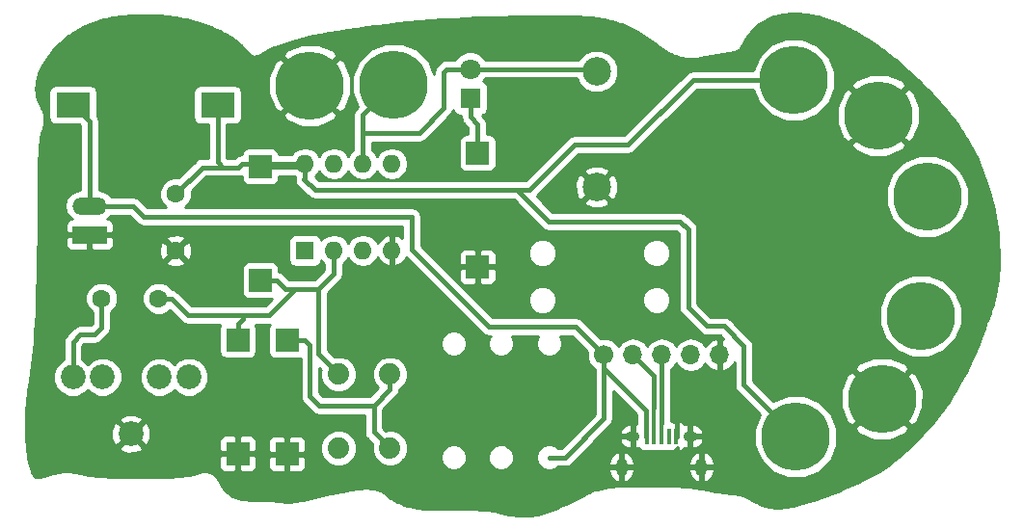
<source format=gbr>
G04 #@! TF.FileFunction,Copper,L1,Top,Signal*
%FSLAX46Y46*%
G04 Gerber Fmt 4.6, Leading zero omitted, Abs format (unit mm)*
G04 Created by KiCad (PCBNEW 4.0.7-e0-6372~58~ubuntu16.04.1) date Tue Jul 24 02:48:08 2018*
%MOMM*%
%LPD*%
G01*
G04 APERTURE LIST*
%ADD10C,0.100000*%
%ADD11R,1.600000X1.600000*%
%ADD12O,1.600000X1.600000*%
%ADD13R,1.800000X1.800000*%
%ADD14C,1.800000*%
%ADD15C,2.499360*%
%ADD16C,6.000000*%
%ADD17C,1.879600*%
%ADD18C,2.181860*%
%ADD19C,1.600000*%
%ADD20R,3.010000X1.510000*%
%ADD21O,3.010000X1.510000*%
%ADD22R,0.400000X1.350000*%
%ADD23O,1.250000X0.950000*%
%ADD24O,1.000000X1.550000*%
%ADD25C,1.700000*%
%ADD26O,1.700000X1.700000*%
%ADD27R,1.998980X1.998980*%
%ADD28R,3.000000X2.200000*%
%ADD29C,0.400000*%
%ADD30C,0.300000*%
%ADD31C,0.254000*%
G04 APERTURE END LIST*
D10*
D11*
X62090000Y-54660000D03*
D12*
X69710000Y-47040000D03*
X64630000Y-54660000D03*
X67170000Y-47040000D03*
X67170000Y-54660000D03*
X64630000Y-47040000D03*
X69710000Y-54660000D03*
X62090000Y-47040000D03*
D13*
X76610000Y-41260000D03*
D14*
X76610000Y-38720000D03*
D15*
X87690000Y-49080000D03*
X87690000Y-38920000D03*
D16*
X105030000Y-39680000D03*
X116150000Y-60400000D03*
X116740000Y-49920000D03*
X112440000Y-42800000D03*
D17*
X65029400Y-72031200D03*
X65029400Y-65528800D03*
X69550600Y-72031200D03*
X69550600Y-65528800D03*
D18*
X41702220Y-65781280D03*
X44300640Y-65781280D03*
X46800000Y-70780000D03*
X51897780Y-65781280D03*
X49299360Y-65781280D03*
D19*
X49230000Y-58890000D03*
X44230000Y-58890000D03*
D20*
X43180000Y-53300000D03*
D21*
X43180000Y-50760000D03*
D16*
X105180000Y-71030000D03*
X112740000Y-67690000D03*
D22*
X92090000Y-70990000D03*
X92740000Y-70990000D03*
X93390000Y-70990000D03*
X94040000Y-70990000D03*
X94690000Y-70990000D03*
D23*
X90890000Y-70990000D03*
X95890000Y-70990000D03*
D24*
X89890000Y-73690000D03*
X96890000Y-73690000D03*
D25*
X88340000Y-63830000D03*
D26*
X90880000Y-63830000D03*
X93420000Y-63830000D03*
X95960000Y-63830000D03*
X98500000Y-63830000D03*
D27*
X56180000Y-62520000D03*
X56180000Y-72522520D03*
X60500000Y-62550000D03*
X60500000Y-72552520D03*
X77240000Y-56111260D03*
X77240000Y-46108740D03*
D19*
X50710000Y-49700000D03*
X50710000Y-54700000D03*
D27*
X58170000Y-47281740D03*
X58170000Y-57284260D03*
D16*
X69870000Y-40080000D03*
X62510000Y-40170000D03*
D28*
X41710000Y-41860000D03*
X54410000Y-41860000D03*
D29*
X71450000Y-51710000D02*
X71450000Y-54580000D01*
X85849249Y-61339249D02*
X87490001Y-62980001D01*
X71450000Y-54580000D02*
X78209249Y-61339249D01*
X78209249Y-61339249D02*
X85849249Y-61339249D01*
X87490001Y-62980001D02*
X88340000Y-63830000D01*
X47950000Y-51710000D02*
X71450000Y-51710000D01*
X47000000Y-50760000D02*
X47950000Y-51710000D01*
X43180000Y-50760000D02*
X47000000Y-50760000D01*
X41710000Y-41860000D02*
X43180000Y-43330000D01*
X43180000Y-43330000D02*
X43180000Y-50760000D01*
X83530000Y-72841260D02*
X84929490Y-72841260D01*
X84929490Y-72841260D02*
X88340000Y-69430750D01*
X88340000Y-69430750D02*
X88340000Y-65032081D01*
X88340000Y-65032081D02*
X88340000Y-63830000D01*
X88340000Y-65032081D02*
X92039999Y-68732080D01*
X92039999Y-68732080D02*
X92039999Y-69914999D01*
X92039999Y-69914999D02*
X92039999Y-70990000D01*
X95370000Y-67870000D02*
X94740001Y-68499999D01*
X94740001Y-68499999D02*
X94740001Y-69914999D01*
X94740001Y-69914999D02*
X94740001Y-70990000D01*
X96010000Y-67870000D02*
X95370000Y-67870000D01*
X98460000Y-65420000D02*
X96010000Y-67870000D01*
X98460000Y-65072081D02*
X98460000Y-65420000D01*
X98500000Y-63830000D02*
X98500000Y-65032081D01*
X98500000Y-65032081D02*
X98460000Y-65072081D01*
X58170000Y-57284260D02*
X59569490Y-57284260D01*
X59569490Y-57284260D02*
X60355230Y-58070000D01*
X60355230Y-58070000D02*
X61220000Y-58070000D01*
X51821370Y-60350000D02*
X56630000Y-60350000D01*
X56180000Y-62520000D02*
X56180000Y-61120510D01*
X56180000Y-61120510D02*
X56630000Y-60670510D01*
X56630000Y-60350000D02*
X58940000Y-60350000D01*
X56630000Y-60670510D02*
X56630000Y-60350000D01*
X63250000Y-58070000D02*
X63250000Y-63749400D01*
X63250000Y-63749400D02*
X65029400Y-65528800D01*
X58279250Y-60350000D02*
X58940000Y-60350000D01*
X58940000Y-60350000D02*
X59950000Y-59340000D01*
X59950000Y-59340000D02*
X61220000Y-58070000D01*
X64630000Y-56690000D02*
X64630000Y-54660000D01*
X49230000Y-58890000D02*
X50361370Y-58890000D01*
X50361370Y-58890000D02*
X51821370Y-60350000D01*
X63250000Y-58070000D02*
X64630000Y-56690000D01*
X61220000Y-58070000D02*
X63250000Y-58070000D01*
X43600000Y-62060000D02*
X44230000Y-61430000D01*
X44230000Y-61430000D02*
X44230000Y-58890000D01*
X42320000Y-62060000D02*
X43600000Y-62060000D01*
X41702220Y-62677780D02*
X42320000Y-62060000D01*
X41702220Y-65781280D02*
X41702220Y-62677780D01*
X80760000Y-49370000D02*
X81760000Y-49370000D01*
X81760000Y-49370000D02*
X85740000Y-45390000D01*
X90450000Y-45390000D02*
X96160000Y-39680000D01*
X85740000Y-45390000D02*
X90450000Y-45390000D01*
X96160000Y-39680000D02*
X105030000Y-39680000D01*
X100620000Y-63080000D02*
X100620000Y-66470000D01*
X100620000Y-66470000D02*
X105180000Y-71030000D01*
X98860000Y-61320000D02*
X100620000Y-63080000D01*
X97399998Y-61320000D02*
X98860000Y-61320000D01*
X95720000Y-52820000D02*
X95720000Y-59640002D01*
X95720000Y-59640002D02*
X97399998Y-61320000D01*
X95030000Y-52130000D02*
X95720000Y-52820000D01*
X83500000Y-52130000D02*
X95030000Y-52130000D01*
X80760000Y-49390000D02*
X83500000Y-52130000D01*
X80760000Y-49370000D02*
X80760000Y-49390000D01*
X62090000Y-47040000D02*
X62090000Y-48320000D01*
X62090000Y-48320000D02*
X62010000Y-48400000D01*
X62010000Y-48400000D02*
X62980000Y-49370000D01*
X62980000Y-49370000D02*
X80760000Y-49370000D01*
X58170000Y-47281740D02*
X61848260Y-47281740D01*
X61848260Y-47281740D02*
X62090000Y-47040000D01*
X54410000Y-41860000D02*
X54410000Y-46905230D01*
X54410000Y-46905230D02*
X54860510Y-47355740D01*
X54860510Y-47355740D02*
X56260000Y-47355740D01*
X50710000Y-49700000D02*
X53054260Y-47355740D01*
X53054260Y-47355740D02*
X56260000Y-47355740D01*
X62090000Y-47040000D02*
X56575740Y-47040000D01*
X56575740Y-47040000D02*
X56260000Y-47355740D01*
X76610000Y-42940000D02*
X77240000Y-43570000D01*
X77240000Y-43570000D02*
X77240000Y-46108740D01*
X76610000Y-41260000D02*
X76610000Y-42940000D01*
X76610000Y-38720000D02*
X87490000Y-38720000D01*
X87490000Y-38720000D02*
X87690000Y-38920000D01*
X74270000Y-38990000D02*
X74540000Y-38720000D01*
X74540000Y-38720000D02*
X76610000Y-38720000D01*
X74270000Y-42170000D02*
X74270000Y-38990000D01*
X72100000Y-44340000D02*
X74270000Y-42170000D01*
X67170000Y-44340000D02*
X67170000Y-42780000D01*
X67170000Y-47040000D02*
X67170000Y-44340000D01*
X67170000Y-44340000D02*
X72100000Y-44340000D01*
X67170000Y-42780000D02*
X69870000Y-40080000D01*
D30*
X93420000Y-69834998D02*
X93420000Y-69924998D01*
X93420000Y-69924998D02*
X93390000Y-69954998D01*
X93390000Y-70015000D02*
X93390000Y-70990000D01*
X93390000Y-69954998D02*
X93390000Y-70015000D01*
D29*
X93420000Y-63830000D02*
X93420000Y-69834998D01*
X93420000Y-69834998D02*
X93390000Y-69864998D01*
D30*
X92719990Y-68490000D02*
X92719990Y-69934988D01*
X92719990Y-69934988D02*
X92740000Y-69954998D01*
X92740000Y-69954998D02*
X92740000Y-70015000D01*
X92740000Y-70015000D02*
X92740000Y-70990000D01*
D29*
X92719990Y-65669990D02*
X92719990Y-68490000D01*
X90880000Y-63830000D02*
X92719990Y-65669990D01*
X68118477Y-68290000D02*
X63351770Y-68290000D01*
X63351770Y-68290000D02*
X62520000Y-67458230D01*
X62520000Y-62970000D02*
X62100000Y-62550000D01*
X62520000Y-67458230D02*
X62520000Y-62970000D01*
X62100000Y-62550000D02*
X60500000Y-62550000D01*
X68118477Y-68290000D02*
X68118477Y-70599077D01*
X68118477Y-70599077D02*
X69550600Y-72031200D01*
X69550600Y-65528800D02*
X69550600Y-66857877D01*
X69550600Y-66857877D02*
X68118477Y-68290000D01*
D31*
G36*
X105378588Y-33862402D02*
X105591136Y-33874834D01*
X105806826Y-33893685D01*
X106025526Y-33918976D01*
X106247206Y-33950734D01*
X106471861Y-33988991D01*
X106699293Y-34033743D01*
X106929545Y-34085026D01*
X107162501Y-34142845D01*
X107398112Y-34207217D01*
X107636304Y-34278152D01*
X107877007Y-34355657D01*
X108120101Y-34439722D01*
X108365564Y-34530366D01*
X108613286Y-34627578D01*
X108863191Y-34731354D01*
X109115194Y-34841685D01*
X109369300Y-34958601D01*
X109625283Y-35082025D01*
X109883273Y-35212050D01*
X110142929Y-35348527D01*
X110404411Y-35491568D01*
X110667536Y-35641103D01*
X110932208Y-35797102D01*
X111198457Y-35959612D01*
X111466127Y-36128568D01*
X111735174Y-36303972D01*
X112005521Y-36485800D01*
X112277036Y-36673995D01*
X112549782Y-36868630D01*
X112823589Y-37069618D01*
X113098378Y-37276929D01*
X113374174Y-37490614D01*
X113650802Y-37710577D01*
X113928335Y-37936903D01*
X114206529Y-38169430D01*
X114485397Y-38408204D01*
X114764881Y-38653211D01*
X115044948Y-38904462D01*
X115325529Y-39161929D01*
X115606401Y-39425449D01*
X115887684Y-39695171D01*
X116169306Y-39971068D01*
X116451100Y-40253022D01*
X116732978Y-40540983D01*
X117089354Y-40912883D01*
X117425905Y-41272704D01*
X117744086Y-41622307D01*
X118045176Y-41963358D01*
X118330644Y-42297726D01*
X118601810Y-42627123D01*
X118860203Y-42953490D01*
X119107327Y-43278801D01*
X119344521Y-43604794D01*
X119573345Y-43933558D01*
X119795219Y-44267009D01*
X120011609Y-44607175D01*
X120223937Y-44956047D01*
X120433538Y-45315506D01*
X120641827Y-45687567D01*
X120846681Y-46067740D01*
X121054272Y-46487982D01*
X121253625Y-46921995D01*
X121443529Y-47366981D01*
X121623734Y-47822065D01*
X121793991Y-48286328D01*
X121954060Y-48758894D01*
X122103663Y-49238720D01*
X122242626Y-49725053D01*
X122370687Y-50216880D01*
X122487651Y-50713324D01*
X122593293Y-51213444D01*
X122687421Y-51716350D01*
X122769820Y-52221056D01*
X122840307Y-52726710D01*
X122898702Y-53232431D01*
X122944813Y-53737216D01*
X122978464Y-54240171D01*
X122999499Y-54740357D01*
X123007729Y-55236859D01*
X123003021Y-55728781D01*
X122985224Y-56215131D01*
X122954216Y-56695053D01*
X122909870Y-57167501D01*
X122852077Y-57631613D01*
X122780737Y-58086486D01*
X122695786Y-58531114D01*
X122596445Y-58967739D01*
X122542763Y-59177020D01*
X122484868Y-59386212D01*
X122423545Y-59592152D01*
X122358816Y-59794655D01*
X122290624Y-59993805D01*
X122219027Y-60189314D01*
X122144000Y-60381166D01*
X122065557Y-60569237D01*
X121983705Y-60753425D01*
X121894870Y-60941195D01*
X121874678Y-61021768D01*
X121842652Y-61098407D01*
X121814100Y-61239639D01*
X121778248Y-61385405D01*
X121731731Y-61550711D01*
X121675023Y-61733164D01*
X121608641Y-61930860D01*
X121533999Y-62139741D01*
X121356630Y-62600574D01*
X121150187Y-63097433D01*
X120917554Y-63624451D01*
X120662778Y-64173078D01*
X120389858Y-64735067D01*
X120102726Y-65302407D01*
X119805288Y-65867207D01*
X119501593Y-66421366D01*
X119195584Y-66957048D01*
X118891492Y-67466003D01*
X118593548Y-67940117D01*
X118304673Y-68373426D01*
X118168234Y-68567624D01*
X118035428Y-68749146D01*
X117787601Y-69071358D01*
X117517714Y-69405408D01*
X117227959Y-69749092D01*
X116921437Y-70099143D01*
X116601054Y-70452564D01*
X116269768Y-70806366D01*
X115930466Y-71157641D01*
X115586128Y-71503428D01*
X115239601Y-71840911D01*
X114893871Y-72167158D01*
X114551945Y-72479245D01*
X114216895Y-72774225D01*
X113891815Y-73049173D01*
X113580095Y-73300990D01*
X113285334Y-73526523D01*
X113010692Y-73723120D01*
X112766301Y-73884882D01*
X112492052Y-74054360D01*
X112190275Y-74230093D01*
X111863344Y-74410719D01*
X111513691Y-74594936D01*
X111143439Y-74781671D01*
X110754773Y-74969848D01*
X110349786Y-75158460D01*
X109930539Y-75346539D01*
X109499167Y-75533087D01*
X109057530Y-75717245D01*
X108607756Y-75898036D01*
X108151810Y-76074568D01*
X107691781Y-76245896D01*
X107229559Y-76411168D01*
X106767900Y-76569224D01*
X106282963Y-76726614D01*
X105831352Y-76862758D01*
X105410817Y-76977929D01*
X105019539Y-77072352D01*
X104651808Y-77147162D01*
X104482795Y-77176125D01*
X104316525Y-77200750D01*
X104155935Y-77220587D01*
X104000930Y-77235694D01*
X103851025Y-77246154D01*
X103706032Y-77252096D01*
X103565447Y-77253568D01*
X103428725Y-77250720D01*
X103295755Y-77243607D01*
X103165850Y-77232273D01*
X103038648Y-77216784D01*
X102913588Y-77197116D01*
X102790135Y-77173283D01*
X102667866Y-77145242D01*
X102546249Y-77112916D01*
X102424771Y-77076209D01*
X102303070Y-77035040D01*
X102180655Y-76989268D01*
X102057124Y-76938769D01*
X101936157Y-76885206D01*
X101669154Y-76753994D01*
X100596644Y-76193710D01*
X100482069Y-76160135D01*
X100369022Y-76121734D01*
X98838676Y-75919932D01*
X98421553Y-75861970D01*
X98062424Y-75806796D01*
X97457286Y-75701967D01*
X96950688Y-75607108D01*
X96948348Y-75607134D01*
X96946171Y-75606278D01*
X96706830Y-75563121D01*
X96701612Y-75563215D01*
X96696726Y-75561377D01*
X96455920Y-75521668D01*
X96448561Y-75521910D01*
X96441613Y-75519463D01*
X96190116Y-75483432D01*
X96181593Y-75483893D01*
X96173480Y-75481257D01*
X95902063Y-75449134D01*
X95893375Y-75449818D01*
X95885018Y-75447332D01*
X95584452Y-75419364D01*
X95576410Y-75420200D01*
X95568609Y-75418075D01*
X95229660Y-75394453D01*
X95222579Y-75395356D01*
X95215654Y-75393621D01*
X94829098Y-75374627D01*
X94823181Y-75375505D01*
X94817355Y-75374151D01*
X94373961Y-75359984D01*
X94369108Y-75360789D01*
X94364303Y-75359744D01*
X93854839Y-75350656D01*
X93850952Y-75351357D01*
X93847085Y-75350562D01*
X93263594Y-75346760D01*
X92442916Y-75339036D01*
X91703084Y-75325016D01*
X91702164Y-75325181D01*
X91701252Y-75324984D01*
X91019827Y-75313893D01*
X91015737Y-75314638D01*
X91011664Y-75313809D01*
X90687916Y-75312398D01*
X90683367Y-75313282D01*
X90678809Y-75312418D01*
X90363078Y-75315240D01*
X90357186Y-75316467D01*
X90351256Y-75315448D01*
X90041072Y-75323576D01*
X90033715Y-75325241D01*
X90026256Y-75324125D01*
X89719145Y-75338829D01*
X89710618Y-75340954D01*
X89701897Y-75339873D01*
X89395387Y-75362309D01*
X89385927Y-75364921D01*
X89376156Y-75363989D01*
X89067781Y-75395319D01*
X89057678Y-75398418D01*
X89047134Y-75397734D01*
X88734422Y-75439125D01*
X88724006Y-75442669D01*
X88713009Y-75442304D01*
X88393485Y-75494918D01*
X88383067Y-75498834D01*
X88371938Y-75498821D01*
X88043135Y-75563820D01*
X88032993Y-75568007D01*
X88022021Y-75568340D01*
X87681466Y-75646891D01*
X87631877Y-75669217D01*
X87578460Y-75679390D01*
X87316770Y-75785291D01*
X87310000Y-75789735D01*
X87302080Y-75791435D01*
X87043793Y-75903014D01*
X87038083Y-75906955D01*
X87031330Y-75908546D01*
X86775976Y-76024943D01*
X86771315Y-76028299D01*
X86765746Y-76029708D01*
X86512853Y-76150052D01*
X86507881Y-76153758D01*
X86501903Y-76155384D01*
X86001602Y-76404467D01*
X85998278Y-76407037D01*
X85994241Y-76408188D01*
X85498827Y-76662328D01*
X85008589Y-76912530D01*
X84520920Y-77151509D01*
X84281240Y-77262762D01*
X84039764Y-77369391D01*
X83797911Y-77469815D01*
X83555178Y-77563363D01*
X83311008Y-77649411D01*
X83065019Y-77727270D01*
X82816519Y-77796368D01*
X82564950Y-77856088D01*
X82309648Y-77905814D01*
X82049873Y-77944932D01*
X81784855Y-77972787D01*
X81513737Y-77988697D01*
X81235750Y-77991881D01*
X80950002Y-77981547D01*
X80655574Y-77956808D01*
X80351724Y-77916751D01*
X80037645Y-77860386D01*
X79712619Y-77786699D01*
X79375921Y-77694639D01*
X79013775Y-77578941D01*
X78951719Y-77571906D01*
X78892517Y-77552024D01*
X78549527Y-77508001D01*
X78540453Y-77508625D01*
X78531755Y-77505955D01*
X78187726Y-77470903D01*
X78179652Y-77471671D01*
X78171844Y-77469471D01*
X77827059Y-77442434D01*
X77819954Y-77443277D01*
X77813030Y-77441479D01*
X77467776Y-77421526D01*
X77461660Y-77422379D01*
X77455655Y-77420933D01*
X77110218Y-77407104D01*
X77105048Y-77407919D01*
X77099942Y-77406770D01*
X76754604Y-77398134D01*
X76748786Y-77399141D01*
X76743004Y-77397942D01*
X76053773Y-77392382D01*
X76049119Y-77393269D01*
X76044467Y-77392370D01*
X75359059Y-77396152D01*
X75358176Y-77396333D01*
X75357290Y-77396164D01*
X74680860Y-77401644D01*
X74017666Y-77401365D01*
X73695369Y-77396756D01*
X73376881Y-77387977D01*
X73063814Y-77374211D01*
X72756586Y-77354628D01*
X72455515Y-77328422D01*
X72160920Y-77294846D01*
X71873195Y-77253172D01*
X71592545Y-77202694D01*
X71319259Y-77142752D01*
X71053468Y-77072687D01*
X70795308Y-76991865D01*
X70544716Y-76899606D01*
X70297103Y-76793272D01*
X70182546Y-76738324D01*
X70065555Y-76678019D01*
X69950336Y-76614276D01*
X69836802Y-76546954D01*
X69724935Y-76475930D01*
X69614718Y-76401089D01*
X69506085Y-76322268D01*
X69398977Y-76239298D01*
X69293378Y-76152032D01*
X69181157Y-76053161D01*
X69180302Y-76052665D01*
X69179700Y-76051881D01*
X69115640Y-75995764D01*
X69086453Y-75978934D01*
X69063427Y-75954335D01*
X68992871Y-75903744D01*
X68964438Y-75890851D01*
X68941138Y-75870072D01*
X68864284Y-75824843D01*
X68837328Y-75815442D01*
X68814528Y-75798256D01*
X68731580Y-75758234D01*
X68706592Y-75751769D01*
X68684884Y-75737809D01*
X68596040Y-75702825D01*
X68573215Y-75698700D01*
X68552909Y-75687485D01*
X68458368Y-75657380D01*
X68437787Y-75655067D01*
X68419096Y-75646153D01*
X68319056Y-75620753D01*
X68300520Y-75619783D01*
X68283363Y-75612699D01*
X68178031Y-75591871D01*
X68161581Y-75591890D01*
X68146097Y-75586338D01*
X68035667Y-75569885D01*
X68020963Y-75570598D01*
X68006903Y-75566219D01*
X67891577Y-75553999D01*
X67872566Y-75555730D01*
X67854061Y-75551064D01*
X67609524Y-75538674D01*
X67588799Y-75541716D01*
X67568213Y-75537828D01*
X67306494Y-75540368D01*
X67289873Y-75543842D01*
X67273055Y-75541510D01*
X66995752Y-75557766D01*
X66982490Y-75561222D01*
X66968850Y-75559875D01*
X66677568Y-75588498D01*
X66666890Y-75591735D01*
X66655758Y-75590995D01*
X66352098Y-75630695D01*
X66343501Y-75633605D01*
X66334431Y-75633239D01*
X66019987Y-75682713D01*
X66013067Y-75685258D01*
X66005698Y-75685117D01*
X65682080Y-75743074D01*
X65676570Y-75745234D01*
X65670649Y-75745221D01*
X65339450Y-75810358D01*
X65335125Y-75812138D01*
X65330450Y-75812191D01*
X64993275Y-75883212D01*
X64988799Y-75885125D01*
X64983933Y-75885248D01*
X64298054Y-76039748D01*
X64295141Y-76041042D01*
X64291959Y-76041151D01*
X62922831Y-76362721D01*
X62270617Y-76507864D01*
X61962367Y-76571231D01*
X61665519Y-76627413D01*
X61383742Y-76674877D01*
X61119390Y-76712457D01*
X60875254Y-76739110D01*
X60654535Y-76754044D01*
X60461009Y-76756952D01*
X60290953Y-76747961D01*
X60230154Y-76740835D01*
X60172611Y-76731128D01*
X60125701Y-76720384D01*
X60064920Y-76702143D01*
X59990406Y-76695027D01*
X59918265Y-76675080D01*
X59592856Y-76651148D01*
X59581438Y-76652559D01*
X59570254Y-76649861D01*
X59231997Y-76636201D01*
X59224905Y-76637316D01*
X59217894Y-76635777D01*
X58869514Y-76628891D01*
X58866241Y-76629475D01*
X58862987Y-76628793D01*
X58507582Y-76625156D01*
X58150664Y-76621300D01*
X57798814Y-76613847D01*
X57454493Y-76599578D01*
X57116990Y-76575268D01*
X56958346Y-76559070D01*
X56800591Y-76539175D01*
X56647226Y-76515601D01*
X56498596Y-76488128D01*
X56355195Y-76456581D01*
X56217314Y-76420778D01*
X56085291Y-76380608D01*
X55959417Y-76335981D01*
X55839838Y-76286812D01*
X55726603Y-76233003D01*
X55619673Y-76174436D01*
X55518882Y-76110919D01*
X55423920Y-76042114D01*
X55334414Y-75967549D01*
X55249945Y-75886556D01*
X55157057Y-75783827D01*
X55055751Y-75668383D01*
X54969706Y-75565019D01*
X54815994Y-75365293D01*
X54694464Y-75190200D01*
X54595162Y-75033346D01*
X54430019Y-74753053D01*
X54423656Y-74745925D01*
X54420259Y-74736996D01*
X54350272Y-74625329D01*
X54329403Y-74603205D01*
X54316139Y-74575837D01*
X54248268Y-74486122D01*
X54218544Y-74459693D01*
X54197202Y-74426129D01*
X54162157Y-74389457D01*
X54132610Y-74368731D01*
X54110182Y-74340462D01*
X54073379Y-74309226D01*
X54036352Y-74288641D01*
X54006159Y-74258924D01*
X53966838Y-74233100D01*
X53924006Y-74215756D01*
X53887042Y-74188029D01*
X53844440Y-74167595D01*
X53799220Y-74156007D01*
X53758443Y-74133289D01*
X53711798Y-74118247D01*
X53668407Y-74113209D01*
X53627870Y-74096933D01*
X53576421Y-74087281D01*
X53538437Y-74087695D01*
X53501844Y-74077491D01*
X53444829Y-74073173D01*
X53412720Y-74077069D01*
X53380892Y-74071326D01*
X53317549Y-74072455D01*
X53293247Y-74077741D01*
X53268517Y-74075089D01*
X53198084Y-74081411D01*
X53178784Y-74087084D01*
X53158690Y-74086100D01*
X53080405Y-74097727D01*
X53059919Y-74105061D01*
X53038162Y-74105361D01*
X52854989Y-74144426D01*
X52838363Y-74151583D01*
X52820300Y-74152774D01*
X52596576Y-74212820D01*
X52587684Y-74217210D01*
X52577811Y-74218144D01*
X52318379Y-74295757D01*
X52178033Y-74333483D01*
X52013169Y-74368111D01*
X51811487Y-74402155D01*
X51578020Y-74434390D01*
X51316549Y-74464255D01*
X51030199Y-74491459D01*
X50721960Y-74515838D01*
X50395923Y-74537231D01*
X49689382Y-74571665D01*
X48934984Y-74594457D01*
X48148481Y-74605906D01*
X47346803Y-74606184D01*
X46547395Y-74595889D01*
X45767360Y-74575231D01*
X45024139Y-74544638D01*
X44335208Y-74504565D01*
X43716238Y-74455422D01*
X43443476Y-74428145D01*
X43194413Y-74398894D01*
X42974486Y-74368253D01*
X42787594Y-74336874D01*
X42639356Y-74306143D01*
X42516668Y-74273549D01*
X42391293Y-74237464D01*
X42379102Y-74236439D01*
X42368043Y-74231213D01*
X42237835Y-74198645D01*
X42225629Y-74198050D01*
X42214407Y-74193221D01*
X42086089Y-74165873D01*
X42073979Y-74165708D01*
X42062694Y-74161311D01*
X41936254Y-74138931D01*
X41924318Y-74139184D01*
X41913048Y-74135232D01*
X41788472Y-74117565D01*
X41776691Y-74118219D01*
X41765435Y-74114696D01*
X41642712Y-74101516D01*
X41625646Y-74103045D01*
X41609061Y-74098739D01*
X41369123Y-74084882D01*
X41347621Y-74087883D01*
X41326305Y-74083750D01*
X41093621Y-74084879D01*
X41073796Y-74088923D01*
X41053744Y-74086235D01*
X40828215Y-74100487D01*
X40810540Y-74105179D01*
X40792312Y-74103706D01*
X40573833Y-74129106D01*
X40558473Y-74134062D01*
X40542343Y-74133510D01*
X40330812Y-74168116D01*
X40317908Y-74172951D01*
X40304124Y-74173026D01*
X40099438Y-74214897D01*
X40089082Y-74219253D01*
X40077856Y-74219676D01*
X39879914Y-74266869D01*
X39869716Y-74271551D01*
X39858523Y-74272335D01*
X39482455Y-74374911D01*
X39478318Y-74376974D01*
X39473713Y-74377358D01*
X39128750Y-74476380D01*
X38977489Y-74517140D01*
X38841120Y-74549894D01*
X38721776Y-74573257D01*
X38621325Y-74586771D01*
X38541238Y-74591119D01*
X38470508Y-74587806D01*
X38457864Y-74586065D01*
X38439650Y-74582299D01*
X38424671Y-74578072D01*
X38411848Y-74573390D01*
X38399990Y-74567990D01*
X38387896Y-74561289D01*
X38374397Y-74552360D01*
X38358635Y-74540101D01*
X38340073Y-74523323D01*
X38318481Y-74500859D01*
X38293859Y-74471612D01*
X38266455Y-74434698D01*
X38236651Y-74389436D01*
X38204830Y-74335224D01*
X38171421Y-74271655D01*
X38139474Y-74204020D01*
X38065544Y-74021441D01*
X37993359Y-73804708D01*
X37921921Y-73546295D01*
X37852684Y-73246712D01*
X37790888Y-72921141D01*
X37773696Y-72808270D01*
X54545510Y-72808270D01*
X54545510Y-73648319D01*
X54642183Y-73881708D01*
X54820811Y-74060337D01*
X55054200Y-74157010D01*
X55894250Y-74157010D01*
X56053000Y-73998260D01*
X56053000Y-72649520D01*
X56307000Y-72649520D01*
X56307000Y-73998260D01*
X56465750Y-74157010D01*
X57305800Y-74157010D01*
X57539189Y-74060337D01*
X57717817Y-73881708D01*
X57814490Y-73648319D01*
X57814490Y-72838270D01*
X58865510Y-72838270D01*
X58865510Y-73678319D01*
X58962183Y-73911708D01*
X59140811Y-74090337D01*
X59374200Y-74187010D01*
X60214250Y-74187010D01*
X60373000Y-74028260D01*
X60373000Y-72679520D01*
X60627000Y-72679520D01*
X60627000Y-74028260D01*
X60785750Y-74187010D01*
X61625800Y-74187010D01*
X61859189Y-74090337D01*
X62037817Y-73911708D01*
X62134490Y-73678319D01*
X62134490Y-72838270D01*
X61975740Y-72679520D01*
X60627000Y-72679520D01*
X60373000Y-72679520D01*
X59024260Y-72679520D01*
X58865510Y-72838270D01*
X57814490Y-72838270D01*
X57814490Y-72808270D01*
X57655740Y-72649520D01*
X56307000Y-72649520D01*
X56053000Y-72649520D01*
X54704260Y-72649520D01*
X54545510Y-72808270D01*
X37773696Y-72808270D01*
X37736359Y-72563142D01*
X37689411Y-72176279D01*
X37672524Y-71998308D01*
X45761297Y-71998308D01*
X45871091Y-72274598D01*
X46513758Y-72516307D01*
X47200003Y-72493679D01*
X47728909Y-72274598D01*
X47838703Y-71998308D01*
X46800000Y-70959605D01*
X45761297Y-71998308D01*
X37672524Y-71998308D01*
X37650420Y-71765363D01*
X37619630Y-71335150D01*
X37597178Y-70890022D01*
X37584990Y-70493758D01*
X45063693Y-70493758D01*
X45086321Y-71180003D01*
X45305402Y-71708909D01*
X45581692Y-71818703D01*
X46620395Y-70780000D01*
X46979605Y-70780000D01*
X48018308Y-71818703D01*
X48294598Y-71708909D01*
X48412012Y-71396721D01*
X54545510Y-71396721D01*
X54545510Y-72236770D01*
X54704260Y-72395520D01*
X56053000Y-72395520D01*
X56053000Y-71046780D01*
X56307000Y-71046780D01*
X56307000Y-72395520D01*
X57655740Y-72395520D01*
X57814490Y-72236770D01*
X57814490Y-71426721D01*
X58865510Y-71426721D01*
X58865510Y-72266770D01*
X59024260Y-72425520D01*
X60373000Y-72425520D01*
X60373000Y-71076780D01*
X60627000Y-71076780D01*
X60627000Y-72425520D01*
X61975740Y-72425520D01*
X62058187Y-72343073D01*
X63454327Y-72343073D01*
X63693571Y-72922087D01*
X64136183Y-73365472D01*
X64714779Y-73605726D01*
X65341273Y-73606273D01*
X65920287Y-73367029D01*
X66363672Y-72924417D01*
X66603926Y-72345821D01*
X66604473Y-71719327D01*
X66365229Y-71140313D01*
X65922617Y-70696928D01*
X65344021Y-70456674D01*
X64717527Y-70456127D01*
X64138513Y-70695371D01*
X63695128Y-71137983D01*
X63454874Y-71716579D01*
X63454327Y-72343073D01*
X62058187Y-72343073D01*
X62134490Y-72266770D01*
X62134490Y-71426721D01*
X62037817Y-71193332D01*
X61859189Y-71014703D01*
X61625800Y-70918030D01*
X60785750Y-70918030D01*
X60627000Y-71076780D01*
X60373000Y-71076780D01*
X60214250Y-70918030D01*
X59374200Y-70918030D01*
X59140811Y-71014703D01*
X58962183Y-71193332D01*
X58865510Y-71426721D01*
X57814490Y-71426721D01*
X57814490Y-71396721D01*
X57717817Y-71163332D01*
X57539189Y-70984703D01*
X57305800Y-70888030D01*
X56465750Y-70888030D01*
X56307000Y-71046780D01*
X56053000Y-71046780D01*
X55894250Y-70888030D01*
X55054200Y-70888030D01*
X54820811Y-70984703D01*
X54642183Y-71163332D01*
X54545510Y-71396721D01*
X48412012Y-71396721D01*
X48536307Y-71066242D01*
X48513679Y-70379997D01*
X48294598Y-69851091D01*
X48018308Y-69741297D01*
X46979605Y-70780000D01*
X46620395Y-70780000D01*
X45581692Y-69741297D01*
X45305402Y-69851091D01*
X45063693Y-70493758D01*
X37584990Y-70493758D01*
X37583162Y-70434352D01*
X37577636Y-69972426D01*
X37580287Y-69561692D01*
X45761297Y-69561692D01*
X46800000Y-70600395D01*
X47838703Y-69561692D01*
X47728909Y-69285402D01*
X47086242Y-69043693D01*
X46399997Y-69066321D01*
X45871091Y-69285402D01*
X45761297Y-69561692D01*
X37580287Y-69561692D01*
X37580631Y-69508461D01*
X37592150Y-69046759D01*
X37612178Y-68591535D01*
X37640664Y-68147115D01*
X37677526Y-67717800D01*
X37722610Y-67308153D01*
X37775679Y-66922759D01*
X37838115Y-66556019D01*
X37914898Y-66123083D01*
X39975991Y-66123083D01*
X40238195Y-66757664D01*
X40723283Y-67243599D01*
X41357405Y-67506910D01*
X42044023Y-67507509D01*
X42678604Y-67245305D01*
X43001567Y-66922904D01*
X43321703Y-67243599D01*
X43955825Y-67506910D01*
X44642443Y-67507509D01*
X45277024Y-67245305D01*
X45762959Y-66760217D01*
X46026270Y-66126095D01*
X46026272Y-66123083D01*
X47573131Y-66123083D01*
X47835335Y-66757664D01*
X48320423Y-67243599D01*
X48954545Y-67506910D01*
X49641163Y-67507509D01*
X50275744Y-67245305D01*
X50598707Y-66922904D01*
X50918843Y-67243599D01*
X51552965Y-67506910D01*
X52239583Y-67507509D01*
X52874164Y-67245305D01*
X53360099Y-66760217D01*
X53623410Y-66126095D01*
X53624009Y-65439477D01*
X53361805Y-64804896D01*
X52876717Y-64318961D01*
X52242595Y-64055650D01*
X51555977Y-64055051D01*
X50921396Y-64317255D01*
X50598433Y-64639656D01*
X50278297Y-64318961D01*
X49644175Y-64055650D01*
X48957557Y-64055051D01*
X48322976Y-64317255D01*
X47837041Y-64802343D01*
X47573730Y-65436465D01*
X47573131Y-66123083D01*
X46026272Y-66123083D01*
X46026869Y-65439477D01*
X45764665Y-64804896D01*
X45279577Y-64318961D01*
X44645455Y-64055650D01*
X43958837Y-64055051D01*
X43324256Y-64317255D01*
X43001293Y-64639656D01*
X42681157Y-64318961D01*
X42537220Y-64259193D01*
X42537220Y-63023648D01*
X42665868Y-62895000D01*
X43600000Y-62895000D01*
X43919541Y-62831439D01*
X44190434Y-62650434D01*
X44820434Y-62020434D01*
X45001440Y-61749540D01*
X45065000Y-61430000D01*
X45065000Y-60084083D01*
X45445824Y-59703923D01*
X45664750Y-59176691D01*
X45664752Y-59174187D01*
X47794752Y-59174187D01*
X48012757Y-59701800D01*
X48416077Y-60105824D01*
X48943309Y-60324750D01*
X49514187Y-60325248D01*
X50041800Y-60107243D01*
X50219928Y-59929426D01*
X51230936Y-60940434D01*
X51501829Y-61121439D01*
X51821370Y-61185000D01*
X54641214Y-61185000D01*
X54584079Y-61268620D01*
X54533070Y-61520510D01*
X54533070Y-63519490D01*
X54577348Y-63754807D01*
X54716420Y-63970931D01*
X54928620Y-64115921D01*
X55180510Y-64166930D01*
X57179490Y-64166930D01*
X57414807Y-64122652D01*
X57630931Y-63983580D01*
X57775921Y-63771380D01*
X57826930Y-63519490D01*
X57826930Y-61520510D01*
X57782652Y-61285193D01*
X57718180Y-61185000D01*
X58940000Y-61185000D01*
X58988273Y-61175398D01*
X58904079Y-61298620D01*
X58853070Y-61550510D01*
X58853070Y-63549490D01*
X58897348Y-63784807D01*
X59036420Y-64000931D01*
X59248620Y-64145921D01*
X59500510Y-64196930D01*
X61499490Y-64196930D01*
X61685000Y-64162024D01*
X61685000Y-67458230D01*
X61748561Y-67777771D01*
X61870751Y-67960641D01*
X61929566Y-68048664D01*
X62761336Y-68880434D01*
X63032229Y-69061439D01*
X63351770Y-69125000D01*
X67283477Y-69125000D01*
X67283477Y-70599077D01*
X67347038Y-70918618D01*
X67510551Y-71163332D01*
X67528043Y-71189511D01*
X67999264Y-71660732D01*
X67976074Y-71716579D01*
X67975527Y-72343073D01*
X68214771Y-72922087D01*
X68657383Y-73365472D01*
X69235979Y-73605726D01*
X69862473Y-73606273D01*
X70441487Y-73367029D01*
X70734176Y-73074850D01*
X73984424Y-73074850D01*
X74156911Y-73492301D01*
X74476019Y-73811967D01*
X74893168Y-73985182D01*
X75344850Y-73985576D01*
X75762301Y-73813089D01*
X76081967Y-73493981D01*
X76248422Y-73093110D01*
X78184424Y-73093110D01*
X78356911Y-73510561D01*
X78676019Y-73830227D01*
X79093168Y-74003442D01*
X79544850Y-74003836D01*
X79962301Y-73831349D01*
X80281967Y-73512241D01*
X80455182Y-73095092D01*
X80455576Y-72643410D01*
X80283089Y-72225959D01*
X79963981Y-71906293D01*
X79546832Y-71733078D01*
X79095150Y-71732684D01*
X78677699Y-71905171D01*
X78358033Y-72224279D01*
X78184818Y-72641428D01*
X78184424Y-73093110D01*
X76248422Y-73093110D01*
X76255182Y-73076832D01*
X76255576Y-72625150D01*
X76083089Y-72207699D01*
X75763981Y-71888033D01*
X75346832Y-71714818D01*
X74895150Y-71714424D01*
X74477699Y-71886911D01*
X74158033Y-72206019D01*
X73984818Y-72623168D01*
X73984424Y-73074850D01*
X70734176Y-73074850D01*
X70884872Y-72924417D01*
X71125126Y-72345821D01*
X71125673Y-71719327D01*
X70886429Y-71140313D01*
X70443817Y-70696928D01*
X69865221Y-70456674D01*
X69238727Y-70456127D01*
X69180467Y-70480199D01*
X68953477Y-70253209D01*
X68953477Y-68635868D01*
X70141034Y-67448311D01*
X70322040Y-67177417D01*
X70379132Y-66890394D01*
X70441487Y-66864629D01*
X70884872Y-66422017D01*
X71125126Y-65843421D01*
X71125673Y-65216927D01*
X70886429Y-64637913D01*
X70443817Y-64194528D01*
X69865221Y-63954274D01*
X69238727Y-63953727D01*
X68659713Y-64192971D01*
X68216328Y-64635583D01*
X67976074Y-65214179D01*
X67975527Y-65840673D01*
X68214771Y-66419687D01*
X68511088Y-66716521D01*
X67772609Y-67455000D01*
X63697638Y-67455000D01*
X63355000Y-67112362D01*
X63355000Y-65035268D01*
X63478064Y-65158332D01*
X63454874Y-65214179D01*
X63454327Y-65840673D01*
X63693571Y-66419687D01*
X64136183Y-66863072D01*
X64714779Y-67103326D01*
X65341273Y-67103873D01*
X65920287Y-66864629D01*
X66363672Y-66422017D01*
X66603926Y-65843421D01*
X66604473Y-65216927D01*
X66365229Y-64637913D01*
X65922617Y-64194528D01*
X65344021Y-63954274D01*
X64717527Y-63953727D01*
X64659267Y-63977799D01*
X64085000Y-63403532D01*
X64085000Y-63072330D01*
X73984424Y-63072330D01*
X74156911Y-63489781D01*
X74476019Y-63809447D01*
X74893168Y-63982662D01*
X75344850Y-63983056D01*
X75762301Y-63810569D01*
X76081967Y-63491461D01*
X76255182Y-63074312D01*
X76255576Y-62622630D01*
X76083089Y-62205179D01*
X75763981Y-61885513D01*
X75346832Y-61712298D01*
X74895150Y-61711904D01*
X74477699Y-61884391D01*
X74158033Y-62203499D01*
X73984818Y-62620648D01*
X73984424Y-63072330D01*
X64085000Y-63072330D01*
X64085000Y-58415868D01*
X65220434Y-57280434D01*
X65401440Y-57009540D01*
X65465000Y-56690000D01*
X65465000Y-55822882D01*
X65644698Y-55702811D01*
X65900000Y-55320725D01*
X66155302Y-55702811D01*
X66620849Y-56013880D01*
X67170000Y-56123113D01*
X67719151Y-56013880D01*
X68184698Y-55702811D01*
X68454986Y-55298297D01*
X68557611Y-55515134D01*
X68972577Y-55891041D01*
X69360961Y-56051904D01*
X69583000Y-55929915D01*
X69583000Y-54787000D01*
X69563000Y-54787000D01*
X69563000Y-54533000D01*
X69583000Y-54533000D01*
X69583000Y-53390085D01*
X69360961Y-53268096D01*
X68972577Y-53428959D01*
X68557611Y-53804866D01*
X68454986Y-54021703D01*
X68184698Y-53617189D01*
X67719151Y-53306120D01*
X67170000Y-53196887D01*
X66620849Y-53306120D01*
X66155302Y-53617189D01*
X65900000Y-53999275D01*
X65644698Y-53617189D01*
X65179151Y-53306120D01*
X64630000Y-53196887D01*
X64080849Y-53306120D01*
X63615302Y-53617189D01*
X63518899Y-53761465D01*
X63493162Y-53624683D01*
X63354090Y-53408559D01*
X63141890Y-53263569D01*
X62890000Y-53212560D01*
X61290000Y-53212560D01*
X61054683Y-53256838D01*
X60838559Y-53395910D01*
X60693569Y-53608110D01*
X60642560Y-53860000D01*
X60642560Y-55460000D01*
X60686838Y-55695317D01*
X60825910Y-55911441D01*
X61038110Y-56056431D01*
X61290000Y-56107440D01*
X62890000Y-56107440D01*
X63125317Y-56063162D01*
X63341441Y-55924090D01*
X63486431Y-55711890D01*
X63517815Y-55556911D01*
X63615302Y-55702811D01*
X63795000Y-55822882D01*
X63795000Y-56344132D01*
X62904132Y-57235000D01*
X60701098Y-57235000D01*
X60159924Y-56693826D01*
X60112639Y-56662231D01*
X59889031Y-56512821D01*
X59816930Y-56498479D01*
X59816930Y-56284770D01*
X59772652Y-56049453D01*
X59633580Y-55833329D01*
X59421380Y-55688339D01*
X59169490Y-55637330D01*
X57170510Y-55637330D01*
X56935193Y-55681608D01*
X56719069Y-55820680D01*
X56574079Y-56032880D01*
X56523070Y-56284770D01*
X56523070Y-58283750D01*
X56567348Y-58519067D01*
X56706420Y-58735191D01*
X56918620Y-58880181D01*
X57170510Y-58931190D01*
X59169490Y-58931190D01*
X59179901Y-58929231D01*
X58594132Y-59515000D01*
X52167238Y-59515000D01*
X50951804Y-58299566D01*
X50928134Y-58283750D01*
X50680911Y-58118561D01*
X50439622Y-58070565D01*
X50043923Y-57674176D01*
X49516691Y-57455250D01*
X48945813Y-57454752D01*
X48418200Y-57672757D01*
X48014176Y-58076077D01*
X47795250Y-58603309D01*
X47794752Y-59174187D01*
X45664752Y-59174187D01*
X45665248Y-58605813D01*
X45447243Y-58078200D01*
X45043923Y-57674176D01*
X44516691Y-57455250D01*
X43945813Y-57454752D01*
X43418200Y-57672757D01*
X43014176Y-58076077D01*
X42795250Y-58603309D01*
X42794752Y-59174187D01*
X43012757Y-59701800D01*
X43395000Y-60084710D01*
X43395000Y-61084132D01*
X43254132Y-61225000D01*
X42320000Y-61225000D01*
X42000459Y-61288561D01*
X41792714Y-61427372D01*
X41729566Y-61469566D01*
X41111786Y-62087346D01*
X40930781Y-62358239D01*
X40867220Y-62677780D01*
X40867220Y-64258836D01*
X40725836Y-64317255D01*
X40239901Y-64802343D01*
X39976590Y-65436465D01*
X39975991Y-66123083D01*
X37914898Y-66123083D01*
X37935852Y-66004942D01*
X37935699Y-65997605D01*
X37938221Y-65990714D01*
X38029350Y-65405486D01*
X38029068Y-65398748D01*
X38031263Y-65392370D01*
X38115519Y-64772631D01*
X38115143Y-64766490D01*
X38117042Y-64760638D01*
X38194584Y-64103619D01*
X38194145Y-64098059D01*
X38195780Y-64092731D01*
X38266765Y-63395679D01*
X38266289Y-63390678D01*
X38267695Y-63385852D01*
X38332282Y-62646001D01*
X38331791Y-62641521D01*
X38332995Y-62637178D01*
X38391343Y-61851770D01*
X38390852Y-61847771D01*
X38391883Y-61843879D01*
X38444149Y-61010156D01*
X38443671Y-61006602D01*
X38444553Y-61003128D01*
X38490897Y-60118327D01*
X38490440Y-60115177D01*
X38491196Y-60112083D01*
X38531775Y-59173446D01*
X38531345Y-59170658D01*
X38531991Y-59167916D01*
X38566964Y-58172683D01*
X38566565Y-58170227D01*
X38567119Y-58167797D01*
X38596645Y-57113203D01*
X38596277Y-57111039D01*
X38596752Y-57108896D01*
X38620989Y-55992185D01*
X38620653Y-55990282D01*
X38621060Y-55988396D01*
X38625598Y-55707745D01*
X49881861Y-55707745D01*
X49955995Y-55953864D01*
X50493223Y-56146965D01*
X51063454Y-56119778D01*
X51464005Y-55953864D01*
X51538139Y-55707745D01*
X50710000Y-54879605D01*
X49881861Y-55707745D01*
X38625598Y-55707745D01*
X38640167Y-54806809D01*
X38639863Y-54805142D01*
X38640213Y-54803482D01*
X38653989Y-53585750D01*
X41040000Y-53585750D01*
X41040000Y-54181309D01*
X41136673Y-54414698D01*
X41315301Y-54593327D01*
X41548690Y-54690000D01*
X42894250Y-54690000D01*
X43053000Y-54531250D01*
X43053000Y-53427000D01*
X43307000Y-53427000D01*
X43307000Y-54531250D01*
X43465750Y-54690000D01*
X44811310Y-54690000D01*
X45044699Y-54593327D01*
X45154802Y-54483223D01*
X49263035Y-54483223D01*
X49290222Y-55053454D01*
X49456136Y-55454005D01*
X49702255Y-55528139D01*
X50530395Y-54700000D01*
X50889605Y-54700000D01*
X51717745Y-55528139D01*
X51963864Y-55454005D01*
X52156965Y-54916777D01*
X52129778Y-54346546D01*
X51963864Y-53945995D01*
X51717745Y-53871861D01*
X50889605Y-54700000D01*
X50530395Y-54700000D01*
X49702255Y-53871861D01*
X49456136Y-53945995D01*
X49263035Y-54483223D01*
X45154802Y-54483223D01*
X45223327Y-54414698D01*
X45320000Y-54181309D01*
X45320000Y-53692255D01*
X49881861Y-53692255D01*
X50710000Y-54520395D01*
X51538139Y-53692255D01*
X51464005Y-53446136D01*
X50926777Y-53253035D01*
X50356546Y-53280222D01*
X49955995Y-53446136D01*
X49881861Y-53692255D01*
X45320000Y-53692255D01*
X45320000Y-53585750D01*
X45161250Y-53427000D01*
X43307000Y-53427000D01*
X43053000Y-53427000D01*
X41198750Y-53427000D01*
X41040000Y-53585750D01*
X38653989Y-53585750D01*
X38654346Y-53554257D01*
X38654073Y-53552799D01*
X38654373Y-53551345D01*
X38663692Y-52231719D01*
X38663655Y-52231525D01*
X38663695Y-52231329D01*
X38677055Y-50173297D01*
X38695198Y-48509963D01*
X38720229Y-47191108D01*
X38735890Y-46648599D01*
X38753997Y-46174439D01*
X38774704Y-45763961D01*
X38798133Y-45411784D01*
X38824321Y-45112482D01*
X38853163Y-44860853D01*
X38884434Y-44651204D01*
X38917798Y-44477523D01*
X38953111Y-44332454D01*
X38994093Y-44196396D01*
X39093810Y-43888332D01*
X39095342Y-43875262D01*
X39101321Y-43863538D01*
X39172467Y-43611594D01*
X39174102Y-43590908D01*
X39182408Y-43571892D01*
X39206104Y-43463623D01*
X39206503Y-43442730D01*
X39213700Y-43423115D01*
X39229290Y-43323530D01*
X39228198Y-43296959D01*
X39235419Y-43271362D01*
X39242762Y-43178119D01*
X39239088Y-43147065D01*
X39244829Y-43116328D01*
X39243785Y-43027084D01*
X39236840Y-42994187D01*
X39239779Y-42960693D01*
X39230209Y-42873108D01*
X39220332Y-42841753D01*
X39220087Y-42808881D01*
X39201847Y-42720619D01*
X39190471Y-42693724D01*
X39187797Y-42664645D01*
X39160748Y-42573357D01*
X39149686Y-42552335D01*
X39145896Y-42528879D01*
X39109899Y-42432232D01*
X39100536Y-42417059D01*
X39096793Y-42399625D01*
X39051706Y-42295273D01*
X39044696Y-42285119D01*
X39041681Y-42273157D01*
X38987365Y-42158761D01*
X38981441Y-42150798D01*
X38978740Y-42141242D01*
X38844188Y-41877534D01*
X38769002Y-41724534D01*
X38706622Y-41580522D01*
X38652003Y-41435486D01*
X38605028Y-41289416D01*
X38565578Y-41142214D01*
X38533565Y-40993806D01*
X38508924Y-40844090D01*
X38499295Y-40760000D01*
X39562560Y-40760000D01*
X39562560Y-42960000D01*
X39606838Y-43195317D01*
X39745910Y-43411441D01*
X39958110Y-43556431D01*
X40210000Y-43607440D01*
X42276572Y-43607440D01*
X42345000Y-43675868D01*
X42345000Y-49378568D01*
X41856145Y-49475807D01*
X41405197Y-49777122D01*
X41103882Y-50228070D01*
X40998075Y-50760000D01*
X41103882Y-51291930D01*
X41405197Y-51742878D01*
X41655312Y-51910000D01*
X41548690Y-51910000D01*
X41315301Y-52006673D01*
X41136673Y-52185302D01*
X41040000Y-52418691D01*
X41040000Y-53014250D01*
X41198750Y-53173000D01*
X43053000Y-53173000D01*
X43053000Y-53153000D01*
X43307000Y-53153000D01*
X43307000Y-53173000D01*
X45161250Y-53173000D01*
X45320000Y-53014250D01*
X45320000Y-52418691D01*
X45223327Y-52185302D01*
X45044699Y-52006673D01*
X44811310Y-51910000D01*
X44704688Y-51910000D01*
X44954803Y-51742878D01*
X45053612Y-51595000D01*
X46654132Y-51595000D01*
X47359566Y-52300434D01*
X47630459Y-52481439D01*
X47950000Y-52545000D01*
X70615000Y-52545000D01*
X70615000Y-53580763D01*
X70447423Y-53428959D01*
X70059039Y-53268096D01*
X69837000Y-53390085D01*
X69837000Y-54533000D01*
X69857000Y-54533000D01*
X69857000Y-54787000D01*
X69837000Y-54787000D01*
X69837000Y-55929915D01*
X70059039Y-56051904D01*
X70447423Y-55891041D01*
X70862389Y-55515134D01*
X70972215Y-55283083D01*
X77618815Y-61929683D01*
X77889709Y-62110689D01*
X78209249Y-62174249D01*
X78405626Y-62174249D01*
X78358033Y-62221759D01*
X78184818Y-62638908D01*
X78184424Y-63090590D01*
X78356911Y-63508041D01*
X78676019Y-63827707D01*
X79093168Y-64000922D01*
X79544850Y-64001316D01*
X79962301Y-63828829D01*
X80281967Y-63509721D01*
X80455182Y-63092572D01*
X80455576Y-62640890D01*
X80283089Y-62223439D01*
X80233985Y-62174249D01*
X82588579Y-62174249D01*
X82568033Y-62194759D01*
X82394818Y-62611908D01*
X82394424Y-63063590D01*
X82566911Y-63481041D01*
X82886019Y-63800707D01*
X83303168Y-63973922D01*
X83754850Y-63974316D01*
X84172301Y-63801829D01*
X84491967Y-63482721D01*
X84665182Y-63065572D01*
X84665576Y-62613890D01*
X84493089Y-62196439D01*
X84470938Y-62174249D01*
X85503381Y-62174249D01*
X86857368Y-63528236D01*
X86855258Y-63533319D01*
X86854743Y-64124089D01*
X87080344Y-64670086D01*
X87497717Y-65088188D01*
X87505000Y-65091212D01*
X87505000Y-69084881D01*
X84583622Y-72006260D01*
X84300726Y-72006260D01*
X84173981Y-71879293D01*
X83756832Y-71706078D01*
X83305150Y-71705684D01*
X82887699Y-71878171D01*
X82568033Y-72197279D01*
X82394818Y-72614428D01*
X82394424Y-73066110D01*
X82566911Y-73483561D01*
X82886019Y-73803227D01*
X83303168Y-73976442D01*
X83754850Y-73976836D01*
X84141683Y-73817000D01*
X88755000Y-73817000D01*
X88755000Y-74092000D01*
X88889998Y-74516678D01*
X89177237Y-74857368D01*
X89588126Y-75059119D01*
X89763000Y-74932954D01*
X89763000Y-73817000D01*
X90017000Y-73817000D01*
X90017000Y-74932954D01*
X90191874Y-75059119D01*
X90602763Y-74857368D01*
X90890002Y-74516678D01*
X91025000Y-74092000D01*
X91025000Y-73817000D01*
X95755000Y-73817000D01*
X95755000Y-74092000D01*
X95889998Y-74516678D01*
X96177237Y-74857368D01*
X96588126Y-75059119D01*
X96763000Y-74932954D01*
X96763000Y-73817000D01*
X97017000Y-73817000D01*
X97017000Y-74932954D01*
X97191874Y-75059119D01*
X97602763Y-74857368D01*
X97890002Y-74516678D01*
X98025000Y-74092000D01*
X98025000Y-73817000D01*
X97017000Y-73817000D01*
X96763000Y-73817000D01*
X95755000Y-73817000D01*
X91025000Y-73817000D01*
X90017000Y-73817000D01*
X89763000Y-73817000D01*
X88755000Y-73817000D01*
X84141683Y-73817000D01*
X84172301Y-73804349D01*
X84300614Y-73676260D01*
X84929490Y-73676260D01*
X85249031Y-73612699D01*
X85519924Y-73431694D01*
X85663618Y-73288000D01*
X88755000Y-73288000D01*
X88755000Y-73563000D01*
X89763000Y-73563000D01*
X89763000Y-72447046D01*
X90017000Y-72447046D01*
X90017000Y-73563000D01*
X91025000Y-73563000D01*
X91025000Y-73288000D01*
X95755000Y-73288000D01*
X95755000Y-73563000D01*
X96763000Y-73563000D01*
X96763000Y-72447046D01*
X97017000Y-72447046D01*
X97017000Y-73563000D01*
X98025000Y-73563000D01*
X98025000Y-73288000D01*
X97890002Y-72863322D01*
X97602763Y-72522632D01*
X97191874Y-72320881D01*
X97017000Y-72447046D01*
X96763000Y-72447046D01*
X96588126Y-72320881D01*
X96177237Y-72522632D01*
X95889998Y-72863322D01*
X95755000Y-73288000D01*
X91025000Y-73288000D01*
X90890002Y-72863322D01*
X90602763Y-72522632D01*
X90191874Y-72320881D01*
X90017000Y-72447046D01*
X89763000Y-72447046D01*
X89588126Y-72320881D01*
X89177237Y-72522632D01*
X88889998Y-72863322D01*
X88755000Y-73288000D01*
X85663618Y-73288000D01*
X87663680Y-71287938D01*
X89670732Y-71287938D01*
X89854448Y-71661821D01*
X90178951Y-71949568D01*
X90588869Y-72091229D01*
X90763000Y-71942563D01*
X90763000Y-71117000D01*
X89797266Y-71117000D01*
X89670732Y-71287938D01*
X87663680Y-71287938D01*
X88259556Y-70692062D01*
X89670732Y-70692062D01*
X89797266Y-70863000D01*
X90763000Y-70863000D01*
X90763000Y-70037437D01*
X90588869Y-69888771D01*
X90178951Y-70030432D01*
X89854448Y-70318179D01*
X89670732Y-70692062D01*
X88259556Y-70692062D01*
X88930434Y-70021185D01*
X89035756Y-69863559D01*
X89111439Y-69750291D01*
X89175000Y-69430750D01*
X89175000Y-67047949D01*
X91204999Y-69077948D01*
X91204999Y-69893564D01*
X91191131Y-69888771D01*
X91017000Y-70037437D01*
X91017000Y-70863000D01*
X91037000Y-70863000D01*
X91037000Y-71117000D01*
X91017000Y-71117000D01*
X91017000Y-71942563D01*
X91191131Y-72091229D01*
X91369926Y-72029440D01*
X91425910Y-72116441D01*
X91638110Y-72261431D01*
X91890000Y-72312440D01*
X92290000Y-72312440D01*
X92419589Y-72288056D01*
X92540000Y-72312440D01*
X92940000Y-72312440D01*
X93069589Y-72288056D01*
X93190000Y-72312440D01*
X93590000Y-72312440D01*
X93719589Y-72288056D01*
X93840000Y-72312440D01*
X94240000Y-72312440D01*
X94345705Y-72292550D01*
X94363690Y-72300000D01*
X94431250Y-72300000D01*
X94460254Y-72270996D01*
X94475317Y-72268162D01*
X94691441Y-72129090D01*
X94790000Y-71984844D01*
X94790000Y-72141250D01*
X94948750Y-72300000D01*
X95016310Y-72300000D01*
X95249699Y-72203327D01*
X95420115Y-72032910D01*
X95588869Y-72091229D01*
X95763000Y-71942563D01*
X95763000Y-71117000D01*
X96017000Y-71117000D01*
X96017000Y-71942563D01*
X96191131Y-72091229D01*
X96601049Y-71949568D01*
X96925552Y-71661821D01*
X97109268Y-71287938D01*
X96982734Y-71117000D01*
X96017000Y-71117000D01*
X95763000Y-71117000D01*
X95743000Y-71117000D01*
X95743000Y-70863000D01*
X95763000Y-70863000D01*
X95763000Y-70037437D01*
X96017000Y-70037437D01*
X96017000Y-70863000D01*
X96982734Y-70863000D01*
X97109268Y-70692062D01*
X96925552Y-70318179D01*
X96601049Y-70030432D01*
X96191131Y-69888771D01*
X96017000Y-70037437D01*
X95763000Y-70037437D01*
X95588869Y-69888771D01*
X95420115Y-69947090D01*
X95249699Y-69776673D01*
X95016310Y-69680000D01*
X94948750Y-69680000D01*
X94790000Y-69838750D01*
X94790000Y-69997067D01*
X94704090Y-69863559D01*
X94491890Y-69718569D01*
X94464215Y-69712965D01*
X94431250Y-69680000D01*
X94363690Y-69680000D01*
X94343247Y-69688468D01*
X94255000Y-69670598D01*
X94255000Y-65052841D01*
X94470054Y-64909147D01*
X94690000Y-64579974D01*
X94909946Y-64909147D01*
X95391715Y-65231054D01*
X95960000Y-65344093D01*
X96528285Y-65231054D01*
X97010054Y-64909147D01*
X97237702Y-64568447D01*
X97304817Y-64711358D01*
X97733076Y-65101645D01*
X98143110Y-65271476D01*
X98373000Y-65150155D01*
X98373000Y-63957000D01*
X98353000Y-63957000D01*
X98353000Y-63703000D01*
X98373000Y-63703000D01*
X98373000Y-62509845D01*
X98143110Y-62388524D01*
X97733076Y-62558355D01*
X97304817Y-62948642D01*
X97237702Y-63091553D01*
X97010054Y-62750853D01*
X96528285Y-62428946D01*
X95960000Y-62315907D01*
X95391715Y-62428946D01*
X94909946Y-62750853D01*
X94690000Y-63080026D01*
X94470054Y-62750853D01*
X93988285Y-62428946D01*
X93420000Y-62315907D01*
X92851715Y-62428946D01*
X92369946Y-62750853D01*
X92150000Y-63080026D01*
X91930054Y-62750853D01*
X91448285Y-62428946D01*
X90880000Y-62315907D01*
X90311715Y-62428946D01*
X89829946Y-62750853D01*
X89626615Y-63055160D01*
X89599656Y-62989914D01*
X89182283Y-62571812D01*
X88636681Y-62345258D01*
X88045911Y-62344743D01*
X88038623Y-62347755D01*
X86439683Y-60748815D01*
X86355505Y-60692569D01*
X86168790Y-60567810D01*
X85849249Y-60504249D01*
X78555117Y-60504249D01*
X77305336Y-59254468D01*
X81715346Y-59254468D01*
X81902883Y-59708341D01*
X82249833Y-60055897D01*
X82703377Y-60244225D01*
X83194468Y-60244654D01*
X83648341Y-60057117D01*
X83995897Y-59710167D01*
X84184225Y-59256623D01*
X84184226Y-59254468D01*
X91715346Y-59254468D01*
X91902883Y-59708341D01*
X92249833Y-60055897D01*
X92703377Y-60244225D01*
X93194468Y-60244654D01*
X93648341Y-60057117D01*
X93995897Y-59710167D01*
X94184225Y-59256623D01*
X94184654Y-58765532D01*
X93997117Y-58311659D01*
X93650167Y-57964103D01*
X93196623Y-57775775D01*
X92705532Y-57775346D01*
X92251659Y-57962883D01*
X91904103Y-58309833D01*
X91715775Y-58763377D01*
X91715346Y-59254468D01*
X84184226Y-59254468D01*
X84184654Y-58765532D01*
X83997117Y-58311659D01*
X83650167Y-57964103D01*
X83196623Y-57775775D01*
X82705532Y-57775346D01*
X82251659Y-57962883D01*
X81904103Y-58309833D01*
X81715775Y-58763377D01*
X81715346Y-59254468D01*
X77305336Y-59254468D01*
X74447878Y-56397010D01*
X75605510Y-56397010D01*
X75605510Y-57237059D01*
X75702183Y-57470448D01*
X75880811Y-57649077D01*
X76114200Y-57745750D01*
X76954250Y-57745750D01*
X77113000Y-57587000D01*
X77113000Y-56238260D01*
X77367000Y-56238260D01*
X77367000Y-57587000D01*
X77525750Y-57745750D01*
X78365800Y-57745750D01*
X78599189Y-57649077D01*
X78777817Y-57470448D01*
X78874490Y-57237059D01*
X78874490Y-56397010D01*
X78715740Y-56238260D01*
X77367000Y-56238260D01*
X77113000Y-56238260D01*
X75764260Y-56238260D01*
X75605510Y-56397010D01*
X74447878Y-56397010D01*
X73036329Y-54985461D01*
X75605510Y-54985461D01*
X75605510Y-55825510D01*
X75764260Y-55984260D01*
X77113000Y-55984260D01*
X77113000Y-54635520D01*
X77367000Y-54635520D01*
X77367000Y-55984260D01*
X78715740Y-55984260D01*
X78874490Y-55825510D01*
X78874490Y-55134468D01*
X81715346Y-55134468D01*
X81902883Y-55588341D01*
X82249833Y-55935897D01*
X82703377Y-56124225D01*
X83194468Y-56124654D01*
X83648341Y-55937117D01*
X83995897Y-55590167D01*
X84184225Y-55136623D01*
X84184226Y-55134468D01*
X91715346Y-55134468D01*
X91902883Y-55588341D01*
X92249833Y-55935897D01*
X92703377Y-56124225D01*
X93194468Y-56124654D01*
X93648341Y-55937117D01*
X93995897Y-55590167D01*
X94184225Y-55136623D01*
X94184654Y-54645532D01*
X93997117Y-54191659D01*
X93650167Y-53844103D01*
X93196623Y-53655775D01*
X92705532Y-53655346D01*
X92251659Y-53842883D01*
X91904103Y-54189833D01*
X91715775Y-54643377D01*
X91715346Y-55134468D01*
X84184226Y-55134468D01*
X84184654Y-54645532D01*
X83997117Y-54191659D01*
X83650167Y-53844103D01*
X83196623Y-53655775D01*
X82705532Y-53655346D01*
X82251659Y-53842883D01*
X81904103Y-54189833D01*
X81715775Y-54643377D01*
X81715346Y-55134468D01*
X78874490Y-55134468D01*
X78874490Y-54985461D01*
X78777817Y-54752072D01*
X78599189Y-54573443D01*
X78365800Y-54476770D01*
X77525750Y-54476770D01*
X77367000Y-54635520D01*
X77113000Y-54635520D01*
X76954250Y-54476770D01*
X76114200Y-54476770D01*
X75880811Y-54573443D01*
X75702183Y-54752072D01*
X75605510Y-54985461D01*
X73036329Y-54985461D01*
X72285000Y-54234132D01*
X72285000Y-51710000D01*
X72221439Y-51390459D01*
X72040434Y-51119566D01*
X71769541Y-50938561D01*
X71450000Y-50875000D01*
X51564117Y-50875000D01*
X51925824Y-50513923D01*
X52144750Y-49986691D01*
X52145222Y-49445646D01*
X53400128Y-48190740D01*
X56260000Y-48190740D01*
X56523070Y-48138412D01*
X56523070Y-48281230D01*
X56567348Y-48516547D01*
X56706420Y-48732671D01*
X56918620Y-48877661D01*
X57170510Y-48928670D01*
X59169490Y-48928670D01*
X59404807Y-48884392D01*
X59620931Y-48745320D01*
X59765921Y-48533120D01*
X59816930Y-48281230D01*
X59816930Y-48116740D01*
X61126080Y-48116740D01*
X61218995Y-48178824D01*
X61175000Y-48400000D01*
X61238561Y-48719540D01*
X61419566Y-48990434D01*
X62389566Y-49960434D01*
X62660459Y-50141439D01*
X62980000Y-50205000D01*
X80394132Y-50205000D01*
X82909566Y-52720434D01*
X83180459Y-52901439D01*
X83500000Y-52965000D01*
X94684132Y-52965000D01*
X94885000Y-53165868D01*
X94885000Y-59640002D01*
X94948561Y-59959543D01*
X95079457Y-60155442D01*
X95129566Y-60230436D01*
X96809564Y-61910434D01*
X97080457Y-62091439D01*
X97399998Y-62155000D01*
X98514132Y-62155000D01*
X98785389Y-62426257D01*
X98627000Y-62509845D01*
X98627000Y-63703000D01*
X98647000Y-63703000D01*
X98647000Y-63957000D01*
X98627000Y-63957000D01*
X98627000Y-65150155D01*
X98856890Y-65271476D01*
X99266924Y-65101645D01*
X99695183Y-64711358D01*
X99785000Y-64520106D01*
X99785000Y-66470000D01*
X99848561Y-66789541D01*
X99999971Y-67016142D01*
X100029566Y-67060434D01*
X102052424Y-69083292D01*
X101545632Y-70303782D01*
X101544370Y-71749874D01*
X102096600Y-73086372D01*
X103118249Y-74109806D01*
X104453782Y-74664368D01*
X105899874Y-74665630D01*
X107236372Y-74113400D01*
X108259806Y-73091751D01*
X108814368Y-71756218D01*
X108815630Y-70310126D01*
X108805922Y-70286630D01*
X110322975Y-70286630D01*
X110665566Y-70761277D01*
X111998800Y-71321342D01*
X113444875Y-71328568D01*
X114783639Y-70781854D01*
X114814434Y-70761277D01*
X115157025Y-70286630D01*
X112740000Y-67869605D01*
X110322975Y-70286630D01*
X108805922Y-70286630D01*
X108263400Y-68973628D01*
X107685657Y-68394875D01*
X109101432Y-68394875D01*
X109648146Y-69733639D01*
X109668723Y-69764434D01*
X110143370Y-70107025D01*
X112560395Y-67690000D01*
X112919605Y-67690000D01*
X115336630Y-70107025D01*
X115811277Y-69764434D01*
X116371342Y-68431200D01*
X116378568Y-66985125D01*
X115831854Y-65646361D01*
X115811277Y-65615566D01*
X115336630Y-65272975D01*
X112919605Y-67690000D01*
X112560395Y-67690000D01*
X110143370Y-65272975D01*
X109668723Y-65615566D01*
X109108658Y-66948800D01*
X109101432Y-68394875D01*
X107685657Y-68394875D01*
X107241751Y-67950194D01*
X105906218Y-67395632D01*
X104460126Y-67394370D01*
X103232488Y-67901620D01*
X101455000Y-66124132D01*
X101455000Y-65093370D01*
X110322975Y-65093370D01*
X112740000Y-67510395D01*
X115157025Y-65093370D01*
X114814434Y-64618723D01*
X113481200Y-64058658D01*
X112035125Y-64051432D01*
X110696361Y-64598146D01*
X110665566Y-64618723D01*
X110322975Y-65093370D01*
X101455000Y-65093370D01*
X101455000Y-63080000D01*
X101391439Y-62760459D01*
X101210434Y-62489566D01*
X99840742Y-61119874D01*
X112514370Y-61119874D01*
X113066600Y-62456372D01*
X114088249Y-63479806D01*
X115423782Y-64034368D01*
X116869874Y-64035630D01*
X118206372Y-63483400D01*
X119229806Y-62461751D01*
X119784368Y-61126218D01*
X119785630Y-59680126D01*
X119233400Y-58343628D01*
X118211751Y-57320194D01*
X116876218Y-56765632D01*
X115430126Y-56764370D01*
X114093628Y-57316600D01*
X113070194Y-58338249D01*
X112515632Y-59673782D01*
X112514370Y-61119874D01*
X99840742Y-61119874D01*
X99450434Y-60729566D01*
X99395064Y-60692569D01*
X99179541Y-60548561D01*
X98860000Y-60485000D01*
X97745866Y-60485000D01*
X96555000Y-59294134D01*
X96555000Y-52820000D01*
X96491439Y-52500459D01*
X96310434Y-52229566D01*
X95620434Y-51539566D01*
X95542871Y-51487740D01*
X95349541Y-51358561D01*
X95030000Y-51295000D01*
X83845868Y-51295000D01*
X82963957Y-50413089D01*
X86536517Y-50413089D01*
X86665725Y-50705859D01*
X87365883Y-50974071D01*
X88115384Y-50953928D01*
X88714275Y-50705859D01*
X88743396Y-50639874D01*
X113104370Y-50639874D01*
X113656600Y-51976372D01*
X114678249Y-52999806D01*
X116013782Y-53554368D01*
X117459874Y-53555630D01*
X118796372Y-53003400D01*
X119819806Y-51981751D01*
X120374368Y-50646218D01*
X120375630Y-49200126D01*
X119823400Y-47863628D01*
X118801751Y-46840194D01*
X117466218Y-46285632D01*
X116020126Y-46284370D01*
X114683628Y-46836600D01*
X113660194Y-47858249D01*
X113105632Y-49193782D01*
X113104370Y-50639874D01*
X88743396Y-50639874D01*
X88843483Y-50413089D01*
X87690000Y-49259605D01*
X86536517Y-50413089D01*
X82963957Y-50413089D01*
X82430868Y-49880000D01*
X83554985Y-48755883D01*
X85795929Y-48755883D01*
X85816072Y-49505384D01*
X86064141Y-50104275D01*
X86356911Y-50233483D01*
X87510395Y-49080000D01*
X87869605Y-49080000D01*
X89023089Y-50233483D01*
X89315859Y-50104275D01*
X89584071Y-49404117D01*
X89563928Y-48654616D01*
X89315859Y-48055725D01*
X89023089Y-47926517D01*
X87869605Y-49080000D01*
X87510395Y-49080000D01*
X86356911Y-47926517D01*
X86064141Y-48055725D01*
X85795929Y-48755883D01*
X83554985Y-48755883D01*
X84563957Y-47746911D01*
X86536517Y-47746911D01*
X87690000Y-48900395D01*
X88843483Y-47746911D01*
X88714275Y-47454141D01*
X88014117Y-47185929D01*
X87264616Y-47206072D01*
X86665725Y-47454141D01*
X86536517Y-47746911D01*
X84563957Y-47746911D01*
X86085868Y-46225000D01*
X90450000Y-46225000D01*
X90769541Y-46161439D01*
X91040434Y-45980434D01*
X91624238Y-45396630D01*
X110022975Y-45396630D01*
X110365566Y-45871277D01*
X111698800Y-46431342D01*
X113144875Y-46438568D01*
X114483639Y-45891854D01*
X114514434Y-45871277D01*
X114857025Y-45396630D01*
X112440000Y-42979605D01*
X110022975Y-45396630D01*
X91624238Y-45396630D01*
X93515993Y-43504875D01*
X108801432Y-43504875D01*
X109348146Y-44843639D01*
X109368723Y-44874434D01*
X109843370Y-45217025D01*
X112260395Y-42800000D01*
X112619605Y-42800000D01*
X115036630Y-45217025D01*
X115511277Y-44874434D01*
X116071342Y-43541200D01*
X116078568Y-42095125D01*
X115531854Y-40756361D01*
X115511277Y-40725566D01*
X115036630Y-40382975D01*
X112619605Y-42800000D01*
X112260395Y-42800000D01*
X109843370Y-40382975D01*
X109368723Y-40725566D01*
X108808658Y-42058800D01*
X108801432Y-43504875D01*
X93515993Y-43504875D01*
X96505868Y-40515000D01*
X101441939Y-40515000D01*
X101946600Y-41736372D01*
X102968249Y-42759806D01*
X104303782Y-43314368D01*
X105749874Y-43315630D01*
X107086372Y-42763400D01*
X108109806Y-41741751D01*
X108664368Y-40406218D01*
X108664545Y-40203370D01*
X110022975Y-40203370D01*
X112440000Y-42620395D01*
X114857025Y-40203370D01*
X114514434Y-39728723D01*
X113181200Y-39168658D01*
X111735125Y-39161432D01*
X110396361Y-39708146D01*
X110365566Y-39728723D01*
X110022975Y-40203370D01*
X108664545Y-40203370D01*
X108665630Y-38960126D01*
X108113400Y-37623628D01*
X107091751Y-36600194D01*
X105756218Y-36045632D01*
X104310126Y-36044370D01*
X102973628Y-36596600D01*
X101950194Y-37618249D01*
X101440802Y-38845000D01*
X96160000Y-38845000D01*
X95840459Y-38908561D01*
X95638850Y-39043272D01*
X95569566Y-39089566D01*
X90104132Y-44555000D01*
X85740000Y-44555000D01*
X85420459Y-44618561D01*
X85296205Y-44701585D01*
X85149566Y-44799566D01*
X81414132Y-48535000D01*
X63325868Y-48535000D01*
X62966212Y-48175344D01*
X63104698Y-48082811D01*
X63360000Y-47700725D01*
X63615302Y-48082811D01*
X64080849Y-48393880D01*
X64630000Y-48503113D01*
X65179151Y-48393880D01*
X65644698Y-48082811D01*
X65900000Y-47700725D01*
X66155302Y-48082811D01*
X66620849Y-48393880D01*
X67170000Y-48503113D01*
X67719151Y-48393880D01*
X68184698Y-48082811D01*
X68440000Y-47700725D01*
X68695302Y-48082811D01*
X69160849Y-48393880D01*
X69710000Y-48503113D01*
X70259151Y-48393880D01*
X70724698Y-48082811D01*
X71035767Y-47617264D01*
X71145000Y-47068113D01*
X71145000Y-47011887D01*
X71035767Y-46462736D01*
X70724698Y-45997189D01*
X70259151Y-45686120D01*
X69710000Y-45576887D01*
X69160849Y-45686120D01*
X68695302Y-45997189D01*
X68440000Y-46379275D01*
X68184698Y-45997189D01*
X68005000Y-45877118D01*
X68005000Y-45175000D01*
X72100000Y-45175000D01*
X72419541Y-45111439D01*
X72690434Y-44930434D01*
X74860434Y-42760434D01*
X74880358Y-42730615D01*
X75041439Y-42489541D01*
X75084158Y-42274781D01*
X75106838Y-42395317D01*
X75245910Y-42611441D01*
X75458110Y-42756431D01*
X75710000Y-42807440D01*
X75775000Y-42807440D01*
X75775000Y-42940000D01*
X75838561Y-43259541D01*
X75973350Y-43461267D01*
X76019566Y-43530434D01*
X76405000Y-43915868D01*
X76405000Y-44461810D01*
X76240510Y-44461810D01*
X76005193Y-44506088D01*
X75789069Y-44645160D01*
X75644079Y-44857360D01*
X75593070Y-45109250D01*
X75593070Y-47108230D01*
X75637348Y-47343547D01*
X75776420Y-47559671D01*
X75988620Y-47704661D01*
X76240510Y-47755670D01*
X78239490Y-47755670D01*
X78474807Y-47711392D01*
X78690931Y-47572320D01*
X78835921Y-47360120D01*
X78886930Y-47108230D01*
X78886930Y-45109250D01*
X78842652Y-44873933D01*
X78703580Y-44657809D01*
X78491380Y-44512819D01*
X78239490Y-44461810D01*
X78075000Y-44461810D01*
X78075000Y-43570000D01*
X78061104Y-43500139D01*
X78011440Y-43250460D01*
X77830434Y-42979566D01*
X77634821Y-42783953D01*
X77745317Y-42763162D01*
X77961441Y-42624090D01*
X78106431Y-42411890D01*
X78157440Y-42160000D01*
X78157440Y-40360000D01*
X78113162Y-40124683D01*
X77974090Y-39908559D01*
X77761890Y-39763569D01*
X77741466Y-39759433D01*
X77910551Y-39590643D01*
X77925351Y-39555000D01*
X85913150Y-39555000D01*
X86091314Y-39986191D01*
X86621021Y-40516822D01*
X87313469Y-40804352D01*
X88063241Y-40805006D01*
X88756191Y-40518686D01*
X89286822Y-39988979D01*
X89574352Y-39296531D01*
X89575006Y-38546759D01*
X89288686Y-37853809D01*
X88758979Y-37323178D01*
X88066531Y-37035648D01*
X87316759Y-37034994D01*
X86623809Y-37321314D01*
X86093178Y-37851021D01*
X86079069Y-37885000D01*
X77925857Y-37885000D01*
X77912068Y-37851629D01*
X77480643Y-37419449D01*
X76916670Y-37185267D01*
X76306009Y-37184735D01*
X75741629Y-37417932D01*
X75309449Y-37849357D01*
X75294649Y-37885000D01*
X74540000Y-37885000D01*
X74220460Y-37948560D01*
X73949566Y-38129566D01*
X73679566Y-38399566D01*
X73498561Y-38670459D01*
X73435000Y-38990000D01*
X73435000Y-39189188D01*
X72953400Y-38023628D01*
X71931751Y-37000194D01*
X70596218Y-36445632D01*
X69150126Y-36444370D01*
X67813628Y-36996600D01*
X66790194Y-38018249D01*
X66235632Y-39353782D01*
X66234370Y-40799874D01*
X66741620Y-42027512D01*
X66579566Y-42189566D01*
X66398561Y-42460459D01*
X66335000Y-42780000D01*
X66335000Y-45877118D01*
X66155302Y-45997189D01*
X65900000Y-46379275D01*
X65644698Y-45997189D01*
X65179151Y-45686120D01*
X64630000Y-45576887D01*
X64080849Y-45686120D01*
X63615302Y-45997189D01*
X63360000Y-46379275D01*
X63104698Y-45997189D01*
X62639151Y-45686120D01*
X62090000Y-45576887D01*
X61540849Y-45686120D01*
X61075302Y-45997189D01*
X60936447Y-46205000D01*
X59802394Y-46205000D01*
X59772652Y-46046933D01*
X59633580Y-45830809D01*
X59421380Y-45685819D01*
X59169490Y-45634810D01*
X57170510Y-45634810D01*
X56935193Y-45679088D01*
X56719069Y-45818160D01*
X56574079Y-46030360D01*
X56537159Y-46212674D01*
X56256200Y-46268560D01*
X55985306Y-46449566D01*
X55914132Y-46520740D01*
X55245000Y-46520740D01*
X55245000Y-43607440D01*
X55910000Y-43607440D01*
X56145317Y-43563162D01*
X56361441Y-43424090D01*
X56506431Y-43211890D01*
X56557440Y-42960000D01*
X56557440Y-42766630D01*
X60092975Y-42766630D01*
X60435566Y-43241277D01*
X61768800Y-43801342D01*
X63214875Y-43808568D01*
X64553639Y-43261854D01*
X64584434Y-43241277D01*
X64927025Y-42766630D01*
X62510000Y-40349605D01*
X60092975Y-42766630D01*
X56557440Y-42766630D01*
X56557440Y-40874875D01*
X58871432Y-40874875D01*
X59418146Y-42213639D01*
X59438723Y-42244434D01*
X59913370Y-42587025D01*
X62330395Y-40170000D01*
X62689605Y-40170000D01*
X65106630Y-42587025D01*
X65581277Y-42244434D01*
X66141342Y-40911200D01*
X66148568Y-39465125D01*
X65601854Y-38126361D01*
X65581277Y-38095566D01*
X65106630Y-37752975D01*
X62689605Y-40170000D01*
X62330395Y-40170000D01*
X59913370Y-37752975D01*
X59438723Y-38095566D01*
X58878658Y-39428800D01*
X58871432Y-40874875D01*
X56557440Y-40874875D01*
X56557440Y-40760000D01*
X56513162Y-40524683D01*
X56374090Y-40308559D01*
X56161890Y-40163569D01*
X55910000Y-40112560D01*
X52910000Y-40112560D01*
X52674683Y-40156838D01*
X52458559Y-40295910D01*
X52313569Y-40508110D01*
X52262560Y-40760000D01*
X52262560Y-42960000D01*
X52306838Y-43195317D01*
X52445910Y-43411441D01*
X52658110Y-43556431D01*
X52910000Y-43607440D01*
X53575000Y-43607440D01*
X53575000Y-46520740D01*
X53054260Y-46520740D01*
X52734719Y-46584301D01*
X52530944Y-46720459D01*
X52463826Y-46765306D01*
X50963911Y-48265221D01*
X50425813Y-48264752D01*
X49898200Y-48482757D01*
X49494176Y-48886077D01*
X49275250Y-49413309D01*
X49274752Y-49984187D01*
X49492757Y-50511800D01*
X49855324Y-50875000D01*
X48295868Y-50875000D01*
X47590434Y-50169566D01*
X47458062Y-50081118D01*
X47319541Y-49988561D01*
X47000000Y-49925000D01*
X45053612Y-49925000D01*
X44954803Y-49777122D01*
X44503855Y-49475807D01*
X44015000Y-49378568D01*
X44015000Y-43330000D01*
X43951439Y-43010459D01*
X43857440Y-42869780D01*
X43857440Y-40760000D01*
X43813162Y-40524683D01*
X43674090Y-40308559D01*
X43461890Y-40163569D01*
X43210000Y-40112560D01*
X40210000Y-40112560D01*
X39974683Y-40156838D01*
X39758559Y-40295910D01*
X39613569Y-40508110D01*
X39562560Y-40760000D01*
X38499295Y-40760000D01*
X38491619Y-40692968D01*
X38481641Y-40540376D01*
X38479000Y-40386220D01*
X38483732Y-40230431D01*
X38495893Y-40072949D01*
X38515548Y-39913781D01*
X38542776Y-39752887D01*
X38577661Y-39590303D01*
X38620292Y-39426050D01*
X38670763Y-39260172D01*
X38729143Y-39092789D01*
X38795528Y-38923938D01*
X38869990Y-38753729D01*
X38952568Y-38582334D01*
X39043373Y-38409768D01*
X39142411Y-38236250D01*
X39249737Y-38061886D01*
X39365391Y-37886809D01*
X39489395Y-37711167D01*
X39621747Y-37535132D01*
X39762494Y-37358804D01*
X39911619Y-37182357D01*
X40069148Y-37005906D01*
X40235057Y-36829617D01*
X40409393Y-36653579D01*
X40593778Y-36476291D01*
X40779949Y-36305929D01*
X40967969Y-36142479D01*
X41157951Y-35985873D01*
X41350122Y-35835953D01*
X41544648Y-35692615D01*
X41741773Y-35555706D01*
X41941609Y-35425173D01*
X42144491Y-35300821D01*
X42350557Y-35182593D01*
X42560070Y-35070366D01*
X42773245Y-34964051D01*
X42990386Y-34863525D01*
X43211657Y-34768746D01*
X43437325Y-34679628D01*
X43667641Y-34596102D01*
X43902845Y-34518116D01*
X44143172Y-34445619D01*
X44388813Y-34378585D01*
X44640011Y-34316971D01*
X44897012Y-34260743D01*
X45159948Y-34209892D01*
X45429053Y-34164389D01*
X45704530Y-34124213D01*
X45986514Y-34089351D01*
X46275294Y-34059772D01*
X46570833Y-34035478D01*
X46873560Y-34016427D01*
X47183376Y-34002615D01*
X47500602Y-33994010D01*
X47825338Y-33990591D01*
X48157167Y-33992311D01*
X48488448Y-33999595D01*
X48817497Y-34012867D01*
X49144574Y-34032049D01*
X49469419Y-34057054D01*
X49791601Y-34087780D01*
X50110969Y-34124146D01*
X50427169Y-34166050D01*
X50739903Y-34213396D01*
X51048853Y-34266078D01*
X51353806Y-34324011D01*
X51654365Y-34387071D01*
X51950376Y-34455183D01*
X52241399Y-34528208D01*
X52527140Y-34606028D01*
X52807401Y-34688559D01*
X53081825Y-34775664D01*
X53350088Y-34867213D01*
X53611950Y-34963097D01*
X53867039Y-35063157D01*
X54115123Y-35167280D01*
X54355832Y-35275292D01*
X54588903Y-35387052D01*
X54814077Y-35502420D01*
X55030942Y-35621166D01*
X55239282Y-35743144D01*
X55438830Y-35868178D01*
X55629267Y-35996040D01*
X55810313Y-36126505D01*
X55981739Y-36259363D01*
X56143276Y-36394352D01*
X56294713Y-36531229D01*
X56441254Y-36675028D01*
X57185939Y-37437654D01*
X57222246Y-37462543D01*
X57250757Y-37496077D01*
X57331532Y-37537462D01*
X57406387Y-37588777D01*
X57449451Y-37597877D01*
X57488627Y-37617949D01*
X57579091Y-37625272D01*
X57667885Y-37644036D01*
X57711155Y-37635963D01*
X57755029Y-37639515D01*
X57841410Y-37611662D01*
X57930625Y-37595017D01*
X57963872Y-37573370D01*
X60092975Y-37573370D01*
X62510000Y-39990395D01*
X64927025Y-37573370D01*
X64584434Y-37098723D01*
X63251200Y-36538658D01*
X61805125Y-36531432D01*
X60466361Y-37078146D01*
X60435566Y-37098723D01*
X60092975Y-37573370D01*
X57963872Y-37573370D01*
X57967511Y-37571001D01*
X58009406Y-37557492D01*
X58843147Y-37093021D01*
X58996622Y-37011171D01*
X59159091Y-36931374D01*
X59336132Y-36850832D01*
X59527206Y-36769919D01*
X59731830Y-36688925D01*
X59949732Y-36608007D01*
X60180309Y-36527422D01*
X60421007Y-36448032D01*
X60945940Y-36288565D01*
X61514028Y-36132852D01*
X62125632Y-35980628D01*
X62778655Y-35832313D01*
X63470918Y-35688294D01*
X64200373Y-35548895D01*
X64965088Y-35414396D01*
X65763043Y-35285076D01*
X66592369Y-35161174D01*
X67451137Y-35042936D01*
X68337401Y-34930596D01*
X69249583Y-34824344D01*
X70185519Y-34724434D01*
X71143429Y-34631071D01*
X72121631Y-34544450D01*
X73118196Y-34464789D01*
X74131302Y-34392295D01*
X75159079Y-34327175D01*
X76199832Y-34269626D01*
X77251596Y-34219857D01*
X78312695Y-34178063D01*
X79381200Y-34144449D01*
X80455450Y-34119210D01*
X81533399Y-34102550D01*
X82613498Y-34094663D01*
X83693818Y-34095758D01*
X84772432Y-34106009D01*
X85846220Y-34125595D01*
X86175212Y-34135950D01*
X86491764Y-34151606D01*
X86797461Y-34172384D01*
X87092734Y-34198079D01*
X87377685Y-34228461D01*
X87652773Y-34263333D01*
X87918128Y-34302465D01*
X88174142Y-34345659D01*
X88421013Y-34392692D01*
X88658995Y-34443346D01*
X88888564Y-34497458D01*
X89109853Y-34554790D01*
X89323252Y-34615165D01*
X89529018Y-34678383D01*
X89727545Y-34744283D01*
X89919003Y-34812639D01*
X90103847Y-34883326D01*
X90282285Y-34956136D01*
X90454743Y-35030954D01*
X90618273Y-35106128D01*
X90939118Y-35265953D01*
X91237535Y-35429721D01*
X91519226Y-35597974D01*
X91786673Y-35769723D01*
X92042221Y-35943930D01*
X92287181Y-36118826D01*
X92763198Y-36472443D01*
X92763631Y-36472648D01*
X92763952Y-36473002D01*
X93216918Y-36808534D01*
X93224542Y-36812135D01*
X93230356Y-36818238D01*
X93451364Y-36973810D01*
X93460839Y-36978007D01*
X93468209Y-36985297D01*
X93688293Y-37130619D01*
X93701374Y-37135954D01*
X93711817Y-37145476D01*
X93933017Y-37278963D01*
X93949886Y-37285056D01*
X93963741Y-37296438D01*
X94188099Y-37416500D01*
X94203209Y-37421091D01*
X94215856Y-37430553D01*
X94329860Y-37485053D01*
X94341190Y-37487941D01*
X94350783Y-37494627D01*
X94466343Y-37545175D01*
X94478542Y-37547852D01*
X94489040Y-37554622D01*
X94606414Y-37601020D01*
X94619401Y-37603385D01*
X94630758Y-37610113D01*
X94750194Y-37652162D01*
X94763878Y-37654121D01*
X94776042Y-37660689D01*
X94897803Y-37698191D01*
X94912058Y-37699656D01*
X94924935Y-37705939D01*
X95049274Y-37738694D01*
X95063956Y-37739594D01*
X95077438Y-37745480D01*
X95204612Y-37773290D01*
X95219560Y-37773573D01*
X95233507Y-37778961D01*
X95363768Y-37801629D01*
X95378834Y-37801266D01*
X95393114Y-37806083D01*
X95526720Y-37823409D01*
X95541737Y-37822395D01*
X95556192Y-37826584D01*
X95693398Y-37838369D01*
X95708205Y-37836724D01*
X95722677Y-37840253D01*
X95863740Y-37846301D01*
X95878206Y-37844063D01*
X95892563Y-37846930D01*
X96037732Y-37847040D01*
X96051734Y-37844266D01*
X96065832Y-37846484D01*
X96215370Y-37840459D01*
X96228811Y-37837218D01*
X96242539Y-37838822D01*
X96396698Y-37826461D01*
X96409498Y-37822831D01*
X96422765Y-37823869D01*
X96581800Y-37804974D01*
X96593906Y-37801035D01*
X96606626Y-37801563D01*
X96770794Y-37775938D01*
X96776560Y-37773825D01*
X96782700Y-37773972D01*
X99836717Y-37241998D01*
X99869288Y-37229409D01*
X99904099Y-37226723D01*
X99993008Y-37181592D01*
X100086019Y-37145644D01*
X100111292Y-37121551D01*
X100142426Y-37105747D01*
X100207299Y-37030025D01*
X100279471Y-36961222D01*
X100293599Y-36929293D01*
X100316317Y-36902776D01*
X100745827Y-36138564D01*
X100831472Y-35999214D01*
X100937728Y-35847802D01*
X101065865Y-35682319D01*
X101209085Y-35511902D01*
X101360897Y-35344406D01*
X101514670Y-35187254D01*
X101663079Y-35047993D01*
X101802221Y-34930424D01*
X101948254Y-34819190D01*
X102100767Y-34711934D01*
X102256234Y-34611256D01*
X102414666Y-34517080D01*
X102576109Y-34429318D01*
X102740612Y-34347897D01*
X102908198Y-34272771D01*
X103078878Y-34203906D01*
X103252711Y-34141262D01*
X103429734Y-34084816D01*
X103609982Y-34034552D01*
X103793456Y-33990479D01*
X103980192Y-33952595D01*
X104170182Y-33920917D01*
X104363447Y-33895461D01*
X104560031Y-33876246D01*
X104759802Y-33863305D01*
X104962870Y-33856663D01*
X105169106Y-33856356D01*
X105378588Y-33862402D01*
X105378588Y-33862402D01*
G37*
X105378588Y-33862402D02*
X105591136Y-33874834D01*
X105806826Y-33893685D01*
X106025526Y-33918976D01*
X106247206Y-33950734D01*
X106471861Y-33988991D01*
X106699293Y-34033743D01*
X106929545Y-34085026D01*
X107162501Y-34142845D01*
X107398112Y-34207217D01*
X107636304Y-34278152D01*
X107877007Y-34355657D01*
X108120101Y-34439722D01*
X108365564Y-34530366D01*
X108613286Y-34627578D01*
X108863191Y-34731354D01*
X109115194Y-34841685D01*
X109369300Y-34958601D01*
X109625283Y-35082025D01*
X109883273Y-35212050D01*
X110142929Y-35348527D01*
X110404411Y-35491568D01*
X110667536Y-35641103D01*
X110932208Y-35797102D01*
X111198457Y-35959612D01*
X111466127Y-36128568D01*
X111735174Y-36303972D01*
X112005521Y-36485800D01*
X112277036Y-36673995D01*
X112549782Y-36868630D01*
X112823589Y-37069618D01*
X113098378Y-37276929D01*
X113374174Y-37490614D01*
X113650802Y-37710577D01*
X113928335Y-37936903D01*
X114206529Y-38169430D01*
X114485397Y-38408204D01*
X114764881Y-38653211D01*
X115044948Y-38904462D01*
X115325529Y-39161929D01*
X115606401Y-39425449D01*
X115887684Y-39695171D01*
X116169306Y-39971068D01*
X116451100Y-40253022D01*
X116732978Y-40540983D01*
X117089354Y-40912883D01*
X117425905Y-41272704D01*
X117744086Y-41622307D01*
X118045176Y-41963358D01*
X118330644Y-42297726D01*
X118601810Y-42627123D01*
X118860203Y-42953490D01*
X119107327Y-43278801D01*
X119344521Y-43604794D01*
X119573345Y-43933558D01*
X119795219Y-44267009D01*
X120011609Y-44607175D01*
X120223937Y-44956047D01*
X120433538Y-45315506D01*
X120641827Y-45687567D01*
X120846681Y-46067740D01*
X121054272Y-46487982D01*
X121253625Y-46921995D01*
X121443529Y-47366981D01*
X121623734Y-47822065D01*
X121793991Y-48286328D01*
X121954060Y-48758894D01*
X122103663Y-49238720D01*
X122242626Y-49725053D01*
X122370687Y-50216880D01*
X122487651Y-50713324D01*
X122593293Y-51213444D01*
X122687421Y-51716350D01*
X122769820Y-52221056D01*
X122840307Y-52726710D01*
X122898702Y-53232431D01*
X122944813Y-53737216D01*
X122978464Y-54240171D01*
X122999499Y-54740357D01*
X123007729Y-55236859D01*
X123003021Y-55728781D01*
X122985224Y-56215131D01*
X122954216Y-56695053D01*
X122909870Y-57167501D01*
X122852077Y-57631613D01*
X122780737Y-58086486D01*
X122695786Y-58531114D01*
X122596445Y-58967739D01*
X122542763Y-59177020D01*
X122484868Y-59386212D01*
X122423545Y-59592152D01*
X122358816Y-59794655D01*
X122290624Y-59993805D01*
X122219027Y-60189314D01*
X122144000Y-60381166D01*
X122065557Y-60569237D01*
X121983705Y-60753425D01*
X121894870Y-60941195D01*
X121874678Y-61021768D01*
X121842652Y-61098407D01*
X121814100Y-61239639D01*
X121778248Y-61385405D01*
X121731731Y-61550711D01*
X121675023Y-61733164D01*
X121608641Y-61930860D01*
X121533999Y-62139741D01*
X121356630Y-62600574D01*
X121150187Y-63097433D01*
X120917554Y-63624451D01*
X120662778Y-64173078D01*
X120389858Y-64735067D01*
X120102726Y-65302407D01*
X119805288Y-65867207D01*
X119501593Y-66421366D01*
X119195584Y-66957048D01*
X118891492Y-67466003D01*
X118593548Y-67940117D01*
X118304673Y-68373426D01*
X118168234Y-68567624D01*
X118035428Y-68749146D01*
X117787601Y-69071358D01*
X117517714Y-69405408D01*
X117227959Y-69749092D01*
X116921437Y-70099143D01*
X116601054Y-70452564D01*
X116269768Y-70806366D01*
X115930466Y-71157641D01*
X115586128Y-71503428D01*
X115239601Y-71840911D01*
X114893871Y-72167158D01*
X114551945Y-72479245D01*
X114216895Y-72774225D01*
X113891815Y-73049173D01*
X113580095Y-73300990D01*
X113285334Y-73526523D01*
X113010692Y-73723120D01*
X112766301Y-73884882D01*
X112492052Y-74054360D01*
X112190275Y-74230093D01*
X111863344Y-74410719D01*
X111513691Y-74594936D01*
X111143439Y-74781671D01*
X110754773Y-74969848D01*
X110349786Y-75158460D01*
X109930539Y-75346539D01*
X109499167Y-75533087D01*
X109057530Y-75717245D01*
X108607756Y-75898036D01*
X108151810Y-76074568D01*
X107691781Y-76245896D01*
X107229559Y-76411168D01*
X106767900Y-76569224D01*
X106282963Y-76726614D01*
X105831352Y-76862758D01*
X105410817Y-76977929D01*
X105019539Y-77072352D01*
X104651808Y-77147162D01*
X104482795Y-77176125D01*
X104316525Y-77200750D01*
X104155935Y-77220587D01*
X104000930Y-77235694D01*
X103851025Y-77246154D01*
X103706032Y-77252096D01*
X103565447Y-77253568D01*
X103428725Y-77250720D01*
X103295755Y-77243607D01*
X103165850Y-77232273D01*
X103038648Y-77216784D01*
X102913588Y-77197116D01*
X102790135Y-77173283D01*
X102667866Y-77145242D01*
X102546249Y-77112916D01*
X102424771Y-77076209D01*
X102303070Y-77035040D01*
X102180655Y-76989268D01*
X102057124Y-76938769D01*
X101936157Y-76885206D01*
X101669154Y-76753994D01*
X100596644Y-76193710D01*
X100482069Y-76160135D01*
X100369022Y-76121734D01*
X98838676Y-75919932D01*
X98421553Y-75861970D01*
X98062424Y-75806796D01*
X97457286Y-75701967D01*
X96950688Y-75607108D01*
X96948348Y-75607134D01*
X96946171Y-75606278D01*
X96706830Y-75563121D01*
X96701612Y-75563215D01*
X96696726Y-75561377D01*
X96455920Y-75521668D01*
X96448561Y-75521910D01*
X96441613Y-75519463D01*
X96190116Y-75483432D01*
X96181593Y-75483893D01*
X96173480Y-75481257D01*
X95902063Y-75449134D01*
X95893375Y-75449818D01*
X95885018Y-75447332D01*
X95584452Y-75419364D01*
X95576410Y-75420200D01*
X95568609Y-75418075D01*
X95229660Y-75394453D01*
X95222579Y-75395356D01*
X95215654Y-75393621D01*
X94829098Y-75374627D01*
X94823181Y-75375505D01*
X94817355Y-75374151D01*
X94373961Y-75359984D01*
X94369108Y-75360789D01*
X94364303Y-75359744D01*
X93854839Y-75350656D01*
X93850952Y-75351357D01*
X93847085Y-75350562D01*
X93263594Y-75346760D01*
X92442916Y-75339036D01*
X91703084Y-75325016D01*
X91702164Y-75325181D01*
X91701252Y-75324984D01*
X91019827Y-75313893D01*
X91015737Y-75314638D01*
X91011664Y-75313809D01*
X90687916Y-75312398D01*
X90683367Y-75313282D01*
X90678809Y-75312418D01*
X90363078Y-75315240D01*
X90357186Y-75316467D01*
X90351256Y-75315448D01*
X90041072Y-75323576D01*
X90033715Y-75325241D01*
X90026256Y-75324125D01*
X89719145Y-75338829D01*
X89710618Y-75340954D01*
X89701897Y-75339873D01*
X89395387Y-75362309D01*
X89385927Y-75364921D01*
X89376156Y-75363989D01*
X89067781Y-75395319D01*
X89057678Y-75398418D01*
X89047134Y-75397734D01*
X88734422Y-75439125D01*
X88724006Y-75442669D01*
X88713009Y-75442304D01*
X88393485Y-75494918D01*
X88383067Y-75498834D01*
X88371938Y-75498821D01*
X88043135Y-75563820D01*
X88032993Y-75568007D01*
X88022021Y-75568340D01*
X87681466Y-75646891D01*
X87631877Y-75669217D01*
X87578460Y-75679390D01*
X87316770Y-75785291D01*
X87310000Y-75789735D01*
X87302080Y-75791435D01*
X87043793Y-75903014D01*
X87038083Y-75906955D01*
X87031330Y-75908546D01*
X86775976Y-76024943D01*
X86771315Y-76028299D01*
X86765746Y-76029708D01*
X86512853Y-76150052D01*
X86507881Y-76153758D01*
X86501903Y-76155384D01*
X86001602Y-76404467D01*
X85998278Y-76407037D01*
X85994241Y-76408188D01*
X85498827Y-76662328D01*
X85008589Y-76912530D01*
X84520920Y-77151509D01*
X84281240Y-77262762D01*
X84039764Y-77369391D01*
X83797911Y-77469815D01*
X83555178Y-77563363D01*
X83311008Y-77649411D01*
X83065019Y-77727270D01*
X82816519Y-77796368D01*
X82564950Y-77856088D01*
X82309648Y-77905814D01*
X82049873Y-77944932D01*
X81784855Y-77972787D01*
X81513737Y-77988697D01*
X81235750Y-77991881D01*
X80950002Y-77981547D01*
X80655574Y-77956808D01*
X80351724Y-77916751D01*
X80037645Y-77860386D01*
X79712619Y-77786699D01*
X79375921Y-77694639D01*
X79013775Y-77578941D01*
X78951719Y-77571906D01*
X78892517Y-77552024D01*
X78549527Y-77508001D01*
X78540453Y-77508625D01*
X78531755Y-77505955D01*
X78187726Y-77470903D01*
X78179652Y-77471671D01*
X78171844Y-77469471D01*
X77827059Y-77442434D01*
X77819954Y-77443277D01*
X77813030Y-77441479D01*
X77467776Y-77421526D01*
X77461660Y-77422379D01*
X77455655Y-77420933D01*
X77110218Y-77407104D01*
X77105048Y-77407919D01*
X77099942Y-77406770D01*
X76754604Y-77398134D01*
X76748786Y-77399141D01*
X76743004Y-77397942D01*
X76053773Y-77392382D01*
X76049119Y-77393269D01*
X76044467Y-77392370D01*
X75359059Y-77396152D01*
X75358176Y-77396333D01*
X75357290Y-77396164D01*
X74680860Y-77401644D01*
X74017666Y-77401365D01*
X73695369Y-77396756D01*
X73376881Y-77387977D01*
X73063814Y-77374211D01*
X72756586Y-77354628D01*
X72455515Y-77328422D01*
X72160920Y-77294846D01*
X71873195Y-77253172D01*
X71592545Y-77202694D01*
X71319259Y-77142752D01*
X71053468Y-77072687D01*
X70795308Y-76991865D01*
X70544716Y-76899606D01*
X70297103Y-76793272D01*
X70182546Y-76738324D01*
X70065555Y-76678019D01*
X69950336Y-76614276D01*
X69836802Y-76546954D01*
X69724935Y-76475930D01*
X69614718Y-76401089D01*
X69506085Y-76322268D01*
X69398977Y-76239298D01*
X69293378Y-76152032D01*
X69181157Y-76053161D01*
X69180302Y-76052665D01*
X69179700Y-76051881D01*
X69115640Y-75995764D01*
X69086453Y-75978934D01*
X69063427Y-75954335D01*
X68992871Y-75903744D01*
X68964438Y-75890851D01*
X68941138Y-75870072D01*
X68864284Y-75824843D01*
X68837328Y-75815442D01*
X68814528Y-75798256D01*
X68731580Y-75758234D01*
X68706592Y-75751769D01*
X68684884Y-75737809D01*
X68596040Y-75702825D01*
X68573215Y-75698700D01*
X68552909Y-75687485D01*
X68458368Y-75657380D01*
X68437787Y-75655067D01*
X68419096Y-75646153D01*
X68319056Y-75620753D01*
X68300520Y-75619783D01*
X68283363Y-75612699D01*
X68178031Y-75591871D01*
X68161581Y-75591890D01*
X68146097Y-75586338D01*
X68035667Y-75569885D01*
X68020963Y-75570598D01*
X68006903Y-75566219D01*
X67891577Y-75553999D01*
X67872566Y-75555730D01*
X67854061Y-75551064D01*
X67609524Y-75538674D01*
X67588799Y-75541716D01*
X67568213Y-75537828D01*
X67306494Y-75540368D01*
X67289873Y-75543842D01*
X67273055Y-75541510D01*
X66995752Y-75557766D01*
X66982490Y-75561222D01*
X66968850Y-75559875D01*
X66677568Y-75588498D01*
X66666890Y-75591735D01*
X66655758Y-75590995D01*
X66352098Y-75630695D01*
X66343501Y-75633605D01*
X66334431Y-75633239D01*
X66019987Y-75682713D01*
X66013067Y-75685258D01*
X66005698Y-75685117D01*
X65682080Y-75743074D01*
X65676570Y-75745234D01*
X65670649Y-75745221D01*
X65339450Y-75810358D01*
X65335125Y-75812138D01*
X65330450Y-75812191D01*
X64993275Y-75883212D01*
X64988799Y-75885125D01*
X64983933Y-75885248D01*
X64298054Y-76039748D01*
X64295141Y-76041042D01*
X64291959Y-76041151D01*
X62922831Y-76362721D01*
X62270617Y-76507864D01*
X61962367Y-76571231D01*
X61665519Y-76627413D01*
X61383742Y-76674877D01*
X61119390Y-76712457D01*
X60875254Y-76739110D01*
X60654535Y-76754044D01*
X60461009Y-76756952D01*
X60290953Y-76747961D01*
X60230154Y-76740835D01*
X60172611Y-76731128D01*
X60125701Y-76720384D01*
X60064920Y-76702143D01*
X59990406Y-76695027D01*
X59918265Y-76675080D01*
X59592856Y-76651148D01*
X59581438Y-76652559D01*
X59570254Y-76649861D01*
X59231997Y-76636201D01*
X59224905Y-76637316D01*
X59217894Y-76635777D01*
X58869514Y-76628891D01*
X58866241Y-76629475D01*
X58862987Y-76628793D01*
X58507582Y-76625156D01*
X58150664Y-76621300D01*
X57798814Y-76613847D01*
X57454493Y-76599578D01*
X57116990Y-76575268D01*
X56958346Y-76559070D01*
X56800591Y-76539175D01*
X56647226Y-76515601D01*
X56498596Y-76488128D01*
X56355195Y-76456581D01*
X56217314Y-76420778D01*
X56085291Y-76380608D01*
X55959417Y-76335981D01*
X55839838Y-76286812D01*
X55726603Y-76233003D01*
X55619673Y-76174436D01*
X55518882Y-76110919D01*
X55423920Y-76042114D01*
X55334414Y-75967549D01*
X55249945Y-75886556D01*
X55157057Y-75783827D01*
X55055751Y-75668383D01*
X54969706Y-75565019D01*
X54815994Y-75365293D01*
X54694464Y-75190200D01*
X54595162Y-75033346D01*
X54430019Y-74753053D01*
X54423656Y-74745925D01*
X54420259Y-74736996D01*
X54350272Y-74625329D01*
X54329403Y-74603205D01*
X54316139Y-74575837D01*
X54248268Y-74486122D01*
X54218544Y-74459693D01*
X54197202Y-74426129D01*
X54162157Y-74389457D01*
X54132610Y-74368731D01*
X54110182Y-74340462D01*
X54073379Y-74309226D01*
X54036352Y-74288641D01*
X54006159Y-74258924D01*
X53966838Y-74233100D01*
X53924006Y-74215756D01*
X53887042Y-74188029D01*
X53844440Y-74167595D01*
X53799220Y-74156007D01*
X53758443Y-74133289D01*
X53711798Y-74118247D01*
X53668407Y-74113209D01*
X53627870Y-74096933D01*
X53576421Y-74087281D01*
X53538437Y-74087695D01*
X53501844Y-74077491D01*
X53444829Y-74073173D01*
X53412720Y-74077069D01*
X53380892Y-74071326D01*
X53317549Y-74072455D01*
X53293247Y-74077741D01*
X53268517Y-74075089D01*
X53198084Y-74081411D01*
X53178784Y-74087084D01*
X53158690Y-74086100D01*
X53080405Y-74097727D01*
X53059919Y-74105061D01*
X53038162Y-74105361D01*
X52854989Y-74144426D01*
X52838363Y-74151583D01*
X52820300Y-74152774D01*
X52596576Y-74212820D01*
X52587684Y-74217210D01*
X52577811Y-74218144D01*
X52318379Y-74295757D01*
X52178033Y-74333483D01*
X52013169Y-74368111D01*
X51811487Y-74402155D01*
X51578020Y-74434390D01*
X51316549Y-74464255D01*
X51030199Y-74491459D01*
X50721960Y-74515838D01*
X50395923Y-74537231D01*
X49689382Y-74571665D01*
X48934984Y-74594457D01*
X48148481Y-74605906D01*
X47346803Y-74606184D01*
X46547395Y-74595889D01*
X45767360Y-74575231D01*
X45024139Y-74544638D01*
X44335208Y-74504565D01*
X43716238Y-74455422D01*
X43443476Y-74428145D01*
X43194413Y-74398894D01*
X42974486Y-74368253D01*
X42787594Y-74336874D01*
X42639356Y-74306143D01*
X42516668Y-74273549D01*
X42391293Y-74237464D01*
X42379102Y-74236439D01*
X42368043Y-74231213D01*
X42237835Y-74198645D01*
X42225629Y-74198050D01*
X42214407Y-74193221D01*
X42086089Y-74165873D01*
X42073979Y-74165708D01*
X42062694Y-74161311D01*
X41936254Y-74138931D01*
X41924318Y-74139184D01*
X41913048Y-74135232D01*
X41788472Y-74117565D01*
X41776691Y-74118219D01*
X41765435Y-74114696D01*
X41642712Y-74101516D01*
X41625646Y-74103045D01*
X41609061Y-74098739D01*
X41369123Y-74084882D01*
X41347621Y-74087883D01*
X41326305Y-74083750D01*
X41093621Y-74084879D01*
X41073796Y-74088923D01*
X41053744Y-74086235D01*
X40828215Y-74100487D01*
X40810540Y-74105179D01*
X40792312Y-74103706D01*
X40573833Y-74129106D01*
X40558473Y-74134062D01*
X40542343Y-74133510D01*
X40330812Y-74168116D01*
X40317908Y-74172951D01*
X40304124Y-74173026D01*
X40099438Y-74214897D01*
X40089082Y-74219253D01*
X40077856Y-74219676D01*
X39879914Y-74266869D01*
X39869716Y-74271551D01*
X39858523Y-74272335D01*
X39482455Y-74374911D01*
X39478318Y-74376974D01*
X39473713Y-74377358D01*
X39128750Y-74476380D01*
X38977489Y-74517140D01*
X38841120Y-74549894D01*
X38721776Y-74573257D01*
X38621325Y-74586771D01*
X38541238Y-74591119D01*
X38470508Y-74587806D01*
X38457864Y-74586065D01*
X38439650Y-74582299D01*
X38424671Y-74578072D01*
X38411848Y-74573390D01*
X38399990Y-74567990D01*
X38387896Y-74561289D01*
X38374397Y-74552360D01*
X38358635Y-74540101D01*
X38340073Y-74523323D01*
X38318481Y-74500859D01*
X38293859Y-74471612D01*
X38266455Y-74434698D01*
X38236651Y-74389436D01*
X38204830Y-74335224D01*
X38171421Y-74271655D01*
X38139474Y-74204020D01*
X38065544Y-74021441D01*
X37993359Y-73804708D01*
X37921921Y-73546295D01*
X37852684Y-73246712D01*
X37790888Y-72921141D01*
X37773696Y-72808270D01*
X54545510Y-72808270D01*
X54545510Y-73648319D01*
X54642183Y-73881708D01*
X54820811Y-74060337D01*
X55054200Y-74157010D01*
X55894250Y-74157010D01*
X56053000Y-73998260D01*
X56053000Y-72649520D01*
X56307000Y-72649520D01*
X56307000Y-73998260D01*
X56465750Y-74157010D01*
X57305800Y-74157010D01*
X57539189Y-74060337D01*
X57717817Y-73881708D01*
X57814490Y-73648319D01*
X57814490Y-72838270D01*
X58865510Y-72838270D01*
X58865510Y-73678319D01*
X58962183Y-73911708D01*
X59140811Y-74090337D01*
X59374200Y-74187010D01*
X60214250Y-74187010D01*
X60373000Y-74028260D01*
X60373000Y-72679520D01*
X60627000Y-72679520D01*
X60627000Y-74028260D01*
X60785750Y-74187010D01*
X61625800Y-74187010D01*
X61859189Y-74090337D01*
X62037817Y-73911708D01*
X62134490Y-73678319D01*
X62134490Y-72838270D01*
X61975740Y-72679520D01*
X60627000Y-72679520D01*
X60373000Y-72679520D01*
X59024260Y-72679520D01*
X58865510Y-72838270D01*
X57814490Y-72838270D01*
X57814490Y-72808270D01*
X57655740Y-72649520D01*
X56307000Y-72649520D01*
X56053000Y-72649520D01*
X54704260Y-72649520D01*
X54545510Y-72808270D01*
X37773696Y-72808270D01*
X37736359Y-72563142D01*
X37689411Y-72176279D01*
X37672524Y-71998308D01*
X45761297Y-71998308D01*
X45871091Y-72274598D01*
X46513758Y-72516307D01*
X47200003Y-72493679D01*
X47728909Y-72274598D01*
X47838703Y-71998308D01*
X46800000Y-70959605D01*
X45761297Y-71998308D01*
X37672524Y-71998308D01*
X37650420Y-71765363D01*
X37619630Y-71335150D01*
X37597178Y-70890022D01*
X37584990Y-70493758D01*
X45063693Y-70493758D01*
X45086321Y-71180003D01*
X45305402Y-71708909D01*
X45581692Y-71818703D01*
X46620395Y-70780000D01*
X46979605Y-70780000D01*
X48018308Y-71818703D01*
X48294598Y-71708909D01*
X48412012Y-71396721D01*
X54545510Y-71396721D01*
X54545510Y-72236770D01*
X54704260Y-72395520D01*
X56053000Y-72395520D01*
X56053000Y-71046780D01*
X56307000Y-71046780D01*
X56307000Y-72395520D01*
X57655740Y-72395520D01*
X57814490Y-72236770D01*
X57814490Y-71426721D01*
X58865510Y-71426721D01*
X58865510Y-72266770D01*
X59024260Y-72425520D01*
X60373000Y-72425520D01*
X60373000Y-71076780D01*
X60627000Y-71076780D01*
X60627000Y-72425520D01*
X61975740Y-72425520D01*
X62058187Y-72343073D01*
X63454327Y-72343073D01*
X63693571Y-72922087D01*
X64136183Y-73365472D01*
X64714779Y-73605726D01*
X65341273Y-73606273D01*
X65920287Y-73367029D01*
X66363672Y-72924417D01*
X66603926Y-72345821D01*
X66604473Y-71719327D01*
X66365229Y-71140313D01*
X65922617Y-70696928D01*
X65344021Y-70456674D01*
X64717527Y-70456127D01*
X64138513Y-70695371D01*
X63695128Y-71137983D01*
X63454874Y-71716579D01*
X63454327Y-72343073D01*
X62058187Y-72343073D01*
X62134490Y-72266770D01*
X62134490Y-71426721D01*
X62037817Y-71193332D01*
X61859189Y-71014703D01*
X61625800Y-70918030D01*
X60785750Y-70918030D01*
X60627000Y-71076780D01*
X60373000Y-71076780D01*
X60214250Y-70918030D01*
X59374200Y-70918030D01*
X59140811Y-71014703D01*
X58962183Y-71193332D01*
X58865510Y-71426721D01*
X57814490Y-71426721D01*
X57814490Y-71396721D01*
X57717817Y-71163332D01*
X57539189Y-70984703D01*
X57305800Y-70888030D01*
X56465750Y-70888030D01*
X56307000Y-71046780D01*
X56053000Y-71046780D01*
X55894250Y-70888030D01*
X55054200Y-70888030D01*
X54820811Y-70984703D01*
X54642183Y-71163332D01*
X54545510Y-71396721D01*
X48412012Y-71396721D01*
X48536307Y-71066242D01*
X48513679Y-70379997D01*
X48294598Y-69851091D01*
X48018308Y-69741297D01*
X46979605Y-70780000D01*
X46620395Y-70780000D01*
X45581692Y-69741297D01*
X45305402Y-69851091D01*
X45063693Y-70493758D01*
X37584990Y-70493758D01*
X37583162Y-70434352D01*
X37577636Y-69972426D01*
X37580287Y-69561692D01*
X45761297Y-69561692D01*
X46800000Y-70600395D01*
X47838703Y-69561692D01*
X47728909Y-69285402D01*
X47086242Y-69043693D01*
X46399997Y-69066321D01*
X45871091Y-69285402D01*
X45761297Y-69561692D01*
X37580287Y-69561692D01*
X37580631Y-69508461D01*
X37592150Y-69046759D01*
X37612178Y-68591535D01*
X37640664Y-68147115D01*
X37677526Y-67717800D01*
X37722610Y-67308153D01*
X37775679Y-66922759D01*
X37838115Y-66556019D01*
X37914898Y-66123083D01*
X39975991Y-66123083D01*
X40238195Y-66757664D01*
X40723283Y-67243599D01*
X41357405Y-67506910D01*
X42044023Y-67507509D01*
X42678604Y-67245305D01*
X43001567Y-66922904D01*
X43321703Y-67243599D01*
X43955825Y-67506910D01*
X44642443Y-67507509D01*
X45277024Y-67245305D01*
X45762959Y-66760217D01*
X46026270Y-66126095D01*
X46026272Y-66123083D01*
X47573131Y-66123083D01*
X47835335Y-66757664D01*
X48320423Y-67243599D01*
X48954545Y-67506910D01*
X49641163Y-67507509D01*
X50275744Y-67245305D01*
X50598707Y-66922904D01*
X50918843Y-67243599D01*
X51552965Y-67506910D01*
X52239583Y-67507509D01*
X52874164Y-67245305D01*
X53360099Y-66760217D01*
X53623410Y-66126095D01*
X53624009Y-65439477D01*
X53361805Y-64804896D01*
X52876717Y-64318961D01*
X52242595Y-64055650D01*
X51555977Y-64055051D01*
X50921396Y-64317255D01*
X50598433Y-64639656D01*
X50278297Y-64318961D01*
X49644175Y-64055650D01*
X48957557Y-64055051D01*
X48322976Y-64317255D01*
X47837041Y-64802343D01*
X47573730Y-65436465D01*
X47573131Y-66123083D01*
X46026272Y-66123083D01*
X46026869Y-65439477D01*
X45764665Y-64804896D01*
X45279577Y-64318961D01*
X44645455Y-64055650D01*
X43958837Y-64055051D01*
X43324256Y-64317255D01*
X43001293Y-64639656D01*
X42681157Y-64318961D01*
X42537220Y-64259193D01*
X42537220Y-63023648D01*
X42665868Y-62895000D01*
X43600000Y-62895000D01*
X43919541Y-62831439D01*
X44190434Y-62650434D01*
X44820434Y-62020434D01*
X45001440Y-61749540D01*
X45065000Y-61430000D01*
X45065000Y-60084083D01*
X45445824Y-59703923D01*
X45664750Y-59176691D01*
X45664752Y-59174187D01*
X47794752Y-59174187D01*
X48012757Y-59701800D01*
X48416077Y-60105824D01*
X48943309Y-60324750D01*
X49514187Y-60325248D01*
X50041800Y-60107243D01*
X50219928Y-59929426D01*
X51230936Y-60940434D01*
X51501829Y-61121439D01*
X51821370Y-61185000D01*
X54641214Y-61185000D01*
X54584079Y-61268620D01*
X54533070Y-61520510D01*
X54533070Y-63519490D01*
X54577348Y-63754807D01*
X54716420Y-63970931D01*
X54928620Y-64115921D01*
X55180510Y-64166930D01*
X57179490Y-64166930D01*
X57414807Y-64122652D01*
X57630931Y-63983580D01*
X57775921Y-63771380D01*
X57826930Y-63519490D01*
X57826930Y-61520510D01*
X57782652Y-61285193D01*
X57718180Y-61185000D01*
X58940000Y-61185000D01*
X58988273Y-61175398D01*
X58904079Y-61298620D01*
X58853070Y-61550510D01*
X58853070Y-63549490D01*
X58897348Y-63784807D01*
X59036420Y-64000931D01*
X59248620Y-64145921D01*
X59500510Y-64196930D01*
X61499490Y-64196930D01*
X61685000Y-64162024D01*
X61685000Y-67458230D01*
X61748561Y-67777771D01*
X61870751Y-67960641D01*
X61929566Y-68048664D01*
X62761336Y-68880434D01*
X63032229Y-69061439D01*
X63351770Y-69125000D01*
X67283477Y-69125000D01*
X67283477Y-70599077D01*
X67347038Y-70918618D01*
X67510551Y-71163332D01*
X67528043Y-71189511D01*
X67999264Y-71660732D01*
X67976074Y-71716579D01*
X67975527Y-72343073D01*
X68214771Y-72922087D01*
X68657383Y-73365472D01*
X69235979Y-73605726D01*
X69862473Y-73606273D01*
X70441487Y-73367029D01*
X70734176Y-73074850D01*
X73984424Y-73074850D01*
X74156911Y-73492301D01*
X74476019Y-73811967D01*
X74893168Y-73985182D01*
X75344850Y-73985576D01*
X75762301Y-73813089D01*
X76081967Y-73493981D01*
X76248422Y-73093110D01*
X78184424Y-73093110D01*
X78356911Y-73510561D01*
X78676019Y-73830227D01*
X79093168Y-74003442D01*
X79544850Y-74003836D01*
X79962301Y-73831349D01*
X80281967Y-73512241D01*
X80455182Y-73095092D01*
X80455576Y-72643410D01*
X80283089Y-72225959D01*
X79963981Y-71906293D01*
X79546832Y-71733078D01*
X79095150Y-71732684D01*
X78677699Y-71905171D01*
X78358033Y-72224279D01*
X78184818Y-72641428D01*
X78184424Y-73093110D01*
X76248422Y-73093110D01*
X76255182Y-73076832D01*
X76255576Y-72625150D01*
X76083089Y-72207699D01*
X75763981Y-71888033D01*
X75346832Y-71714818D01*
X74895150Y-71714424D01*
X74477699Y-71886911D01*
X74158033Y-72206019D01*
X73984818Y-72623168D01*
X73984424Y-73074850D01*
X70734176Y-73074850D01*
X70884872Y-72924417D01*
X71125126Y-72345821D01*
X71125673Y-71719327D01*
X70886429Y-71140313D01*
X70443817Y-70696928D01*
X69865221Y-70456674D01*
X69238727Y-70456127D01*
X69180467Y-70480199D01*
X68953477Y-70253209D01*
X68953477Y-68635868D01*
X70141034Y-67448311D01*
X70322040Y-67177417D01*
X70379132Y-66890394D01*
X70441487Y-66864629D01*
X70884872Y-66422017D01*
X71125126Y-65843421D01*
X71125673Y-65216927D01*
X70886429Y-64637913D01*
X70443817Y-64194528D01*
X69865221Y-63954274D01*
X69238727Y-63953727D01*
X68659713Y-64192971D01*
X68216328Y-64635583D01*
X67976074Y-65214179D01*
X67975527Y-65840673D01*
X68214771Y-66419687D01*
X68511088Y-66716521D01*
X67772609Y-67455000D01*
X63697638Y-67455000D01*
X63355000Y-67112362D01*
X63355000Y-65035268D01*
X63478064Y-65158332D01*
X63454874Y-65214179D01*
X63454327Y-65840673D01*
X63693571Y-66419687D01*
X64136183Y-66863072D01*
X64714779Y-67103326D01*
X65341273Y-67103873D01*
X65920287Y-66864629D01*
X66363672Y-66422017D01*
X66603926Y-65843421D01*
X66604473Y-65216927D01*
X66365229Y-64637913D01*
X65922617Y-64194528D01*
X65344021Y-63954274D01*
X64717527Y-63953727D01*
X64659267Y-63977799D01*
X64085000Y-63403532D01*
X64085000Y-63072330D01*
X73984424Y-63072330D01*
X74156911Y-63489781D01*
X74476019Y-63809447D01*
X74893168Y-63982662D01*
X75344850Y-63983056D01*
X75762301Y-63810569D01*
X76081967Y-63491461D01*
X76255182Y-63074312D01*
X76255576Y-62622630D01*
X76083089Y-62205179D01*
X75763981Y-61885513D01*
X75346832Y-61712298D01*
X74895150Y-61711904D01*
X74477699Y-61884391D01*
X74158033Y-62203499D01*
X73984818Y-62620648D01*
X73984424Y-63072330D01*
X64085000Y-63072330D01*
X64085000Y-58415868D01*
X65220434Y-57280434D01*
X65401440Y-57009540D01*
X65465000Y-56690000D01*
X65465000Y-55822882D01*
X65644698Y-55702811D01*
X65900000Y-55320725D01*
X66155302Y-55702811D01*
X66620849Y-56013880D01*
X67170000Y-56123113D01*
X67719151Y-56013880D01*
X68184698Y-55702811D01*
X68454986Y-55298297D01*
X68557611Y-55515134D01*
X68972577Y-55891041D01*
X69360961Y-56051904D01*
X69583000Y-55929915D01*
X69583000Y-54787000D01*
X69563000Y-54787000D01*
X69563000Y-54533000D01*
X69583000Y-54533000D01*
X69583000Y-53390085D01*
X69360961Y-53268096D01*
X68972577Y-53428959D01*
X68557611Y-53804866D01*
X68454986Y-54021703D01*
X68184698Y-53617189D01*
X67719151Y-53306120D01*
X67170000Y-53196887D01*
X66620849Y-53306120D01*
X66155302Y-53617189D01*
X65900000Y-53999275D01*
X65644698Y-53617189D01*
X65179151Y-53306120D01*
X64630000Y-53196887D01*
X64080849Y-53306120D01*
X63615302Y-53617189D01*
X63518899Y-53761465D01*
X63493162Y-53624683D01*
X63354090Y-53408559D01*
X63141890Y-53263569D01*
X62890000Y-53212560D01*
X61290000Y-53212560D01*
X61054683Y-53256838D01*
X60838559Y-53395910D01*
X60693569Y-53608110D01*
X60642560Y-53860000D01*
X60642560Y-55460000D01*
X60686838Y-55695317D01*
X60825910Y-55911441D01*
X61038110Y-56056431D01*
X61290000Y-56107440D01*
X62890000Y-56107440D01*
X63125317Y-56063162D01*
X63341441Y-55924090D01*
X63486431Y-55711890D01*
X63517815Y-55556911D01*
X63615302Y-55702811D01*
X63795000Y-55822882D01*
X63795000Y-56344132D01*
X62904132Y-57235000D01*
X60701098Y-57235000D01*
X60159924Y-56693826D01*
X60112639Y-56662231D01*
X59889031Y-56512821D01*
X59816930Y-56498479D01*
X59816930Y-56284770D01*
X59772652Y-56049453D01*
X59633580Y-55833329D01*
X59421380Y-55688339D01*
X59169490Y-55637330D01*
X57170510Y-55637330D01*
X56935193Y-55681608D01*
X56719069Y-55820680D01*
X56574079Y-56032880D01*
X56523070Y-56284770D01*
X56523070Y-58283750D01*
X56567348Y-58519067D01*
X56706420Y-58735191D01*
X56918620Y-58880181D01*
X57170510Y-58931190D01*
X59169490Y-58931190D01*
X59179901Y-58929231D01*
X58594132Y-59515000D01*
X52167238Y-59515000D01*
X50951804Y-58299566D01*
X50928134Y-58283750D01*
X50680911Y-58118561D01*
X50439622Y-58070565D01*
X50043923Y-57674176D01*
X49516691Y-57455250D01*
X48945813Y-57454752D01*
X48418200Y-57672757D01*
X48014176Y-58076077D01*
X47795250Y-58603309D01*
X47794752Y-59174187D01*
X45664752Y-59174187D01*
X45665248Y-58605813D01*
X45447243Y-58078200D01*
X45043923Y-57674176D01*
X44516691Y-57455250D01*
X43945813Y-57454752D01*
X43418200Y-57672757D01*
X43014176Y-58076077D01*
X42795250Y-58603309D01*
X42794752Y-59174187D01*
X43012757Y-59701800D01*
X43395000Y-60084710D01*
X43395000Y-61084132D01*
X43254132Y-61225000D01*
X42320000Y-61225000D01*
X42000459Y-61288561D01*
X41792714Y-61427372D01*
X41729566Y-61469566D01*
X41111786Y-62087346D01*
X40930781Y-62358239D01*
X40867220Y-62677780D01*
X40867220Y-64258836D01*
X40725836Y-64317255D01*
X40239901Y-64802343D01*
X39976590Y-65436465D01*
X39975991Y-66123083D01*
X37914898Y-66123083D01*
X37935852Y-66004942D01*
X37935699Y-65997605D01*
X37938221Y-65990714D01*
X38029350Y-65405486D01*
X38029068Y-65398748D01*
X38031263Y-65392370D01*
X38115519Y-64772631D01*
X38115143Y-64766490D01*
X38117042Y-64760638D01*
X38194584Y-64103619D01*
X38194145Y-64098059D01*
X38195780Y-64092731D01*
X38266765Y-63395679D01*
X38266289Y-63390678D01*
X38267695Y-63385852D01*
X38332282Y-62646001D01*
X38331791Y-62641521D01*
X38332995Y-62637178D01*
X38391343Y-61851770D01*
X38390852Y-61847771D01*
X38391883Y-61843879D01*
X38444149Y-61010156D01*
X38443671Y-61006602D01*
X38444553Y-61003128D01*
X38490897Y-60118327D01*
X38490440Y-60115177D01*
X38491196Y-60112083D01*
X38531775Y-59173446D01*
X38531345Y-59170658D01*
X38531991Y-59167916D01*
X38566964Y-58172683D01*
X38566565Y-58170227D01*
X38567119Y-58167797D01*
X38596645Y-57113203D01*
X38596277Y-57111039D01*
X38596752Y-57108896D01*
X38620989Y-55992185D01*
X38620653Y-55990282D01*
X38621060Y-55988396D01*
X38625598Y-55707745D01*
X49881861Y-55707745D01*
X49955995Y-55953864D01*
X50493223Y-56146965D01*
X51063454Y-56119778D01*
X51464005Y-55953864D01*
X51538139Y-55707745D01*
X50710000Y-54879605D01*
X49881861Y-55707745D01*
X38625598Y-55707745D01*
X38640167Y-54806809D01*
X38639863Y-54805142D01*
X38640213Y-54803482D01*
X38653989Y-53585750D01*
X41040000Y-53585750D01*
X41040000Y-54181309D01*
X41136673Y-54414698D01*
X41315301Y-54593327D01*
X41548690Y-54690000D01*
X42894250Y-54690000D01*
X43053000Y-54531250D01*
X43053000Y-53427000D01*
X43307000Y-53427000D01*
X43307000Y-54531250D01*
X43465750Y-54690000D01*
X44811310Y-54690000D01*
X45044699Y-54593327D01*
X45154802Y-54483223D01*
X49263035Y-54483223D01*
X49290222Y-55053454D01*
X49456136Y-55454005D01*
X49702255Y-55528139D01*
X50530395Y-54700000D01*
X50889605Y-54700000D01*
X51717745Y-55528139D01*
X51963864Y-55454005D01*
X52156965Y-54916777D01*
X52129778Y-54346546D01*
X51963864Y-53945995D01*
X51717745Y-53871861D01*
X50889605Y-54700000D01*
X50530395Y-54700000D01*
X49702255Y-53871861D01*
X49456136Y-53945995D01*
X49263035Y-54483223D01*
X45154802Y-54483223D01*
X45223327Y-54414698D01*
X45320000Y-54181309D01*
X45320000Y-53692255D01*
X49881861Y-53692255D01*
X50710000Y-54520395D01*
X51538139Y-53692255D01*
X51464005Y-53446136D01*
X50926777Y-53253035D01*
X50356546Y-53280222D01*
X49955995Y-53446136D01*
X49881861Y-53692255D01*
X45320000Y-53692255D01*
X45320000Y-53585750D01*
X45161250Y-53427000D01*
X43307000Y-53427000D01*
X43053000Y-53427000D01*
X41198750Y-53427000D01*
X41040000Y-53585750D01*
X38653989Y-53585750D01*
X38654346Y-53554257D01*
X38654073Y-53552799D01*
X38654373Y-53551345D01*
X38663692Y-52231719D01*
X38663655Y-52231525D01*
X38663695Y-52231329D01*
X38677055Y-50173297D01*
X38695198Y-48509963D01*
X38720229Y-47191108D01*
X38735890Y-46648599D01*
X38753997Y-46174439D01*
X38774704Y-45763961D01*
X38798133Y-45411784D01*
X38824321Y-45112482D01*
X38853163Y-44860853D01*
X38884434Y-44651204D01*
X38917798Y-44477523D01*
X38953111Y-44332454D01*
X38994093Y-44196396D01*
X39093810Y-43888332D01*
X39095342Y-43875262D01*
X39101321Y-43863538D01*
X39172467Y-43611594D01*
X39174102Y-43590908D01*
X39182408Y-43571892D01*
X39206104Y-43463623D01*
X39206503Y-43442730D01*
X39213700Y-43423115D01*
X39229290Y-43323530D01*
X39228198Y-43296959D01*
X39235419Y-43271362D01*
X39242762Y-43178119D01*
X39239088Y-43147065D01*
X39244829Y-43116328D01*
X39243785Y-43027084D01*
X39236840Y-42994187D01*
X39239779Y-42960693D01*
X39230209Y-42873108D01*
X39220332Y-42841753D01*
X39220087Y-42808881D01*
X39201847Y-42720619D01*
X39190471Y-42693724D01*
X39187797Y-42664645D01*
X39160748Y-42573357D01*
X39149686Y-42552335D01*
X39145896Y-42528879D01*
X39109899Y-42432232D01*
X39100536Y-42417059D01*
X39096793Y-42399625D01*
X39051706Y-42295273D01*
X39044696Y-42285119D01*
X39041681Y-42273157D01*
X38987365Y-42158761D01*
X38981441Y-42150798D01*
X38978740Y-42141242D01*
X38844188Y-41877534D01*
X38769002Y-41724534D01*
X38706622Y-41580522D01*
X38652003Y-41435486D01*
X38605028Y-41289416D01*
X38565578Y-41142214D01*
X38533565Y-40993806D01*
X38508924Y-40844090D01*
X38499295Y-40760000D01*
X39562560Y-40760000D01*
X39562560Y-42960000D01*
X39606838Y-43195317D01*
X39745910Y-43411441D01*
X39958110Y-43556431D01*
X40210000Y-43607440D01*
X42276572Y-43607440D01*
X42345000Y-43675868D01*
X42345000Y-49378568D01*
X41856145Y-49475807D01*
X41405197Y-49777122D01*
X41103882Y-50228070D01*
X40998075Y-50760000D01*
X41103882Y-51291930D01*
X41405197Y-51742878D01*
X41655312Y-51910000D01*
X41548690Y-51910000D01*
X41315301Y-52006673D01*
X41136673Y-52185302D01*
X41040000Y-52418691D01*
X41040000Y-53014250D01*
X41198750Y-53173000D01*
X43053000Y-53173000D01*
X43053000Y-53153000D01*
X43307000Y-53153000D01*
X43307000Y-53173000D01*
X45161250Y-53173000D01*
X45320000Y-53014250D01*
X45320000Y-52418691D01*
X45223327Y-52185302D01*
X45044699Y-52006673D01*
X44811310Y-51910000D01*
X44704688Y-51910000D01*
X44954803Y-51742878D01*
X45053612Y-51595000D01*
X46654132Y-51595000D01*
X47359566Y-52300434D01*
X47630459Y-52481439D01*
X47950000Y-52545000D01*
X70615000Y-52545000D01*
X70615000Y-53580763D01*
X70447423Y-53428959D01*
X70059039Y-53268096D01*
X69837000Y-53390085D01*
X69837000Y-54533000D01*
X69857000Y-54533000D01*
X69857000Y-54787000D01*
X69837000Y-54787000D01*
X69837000Y-55929915D01*
X70059039Y-56051904D01*
X70447423Y-55891041D01*
X70862389Y-55515134D01*
X70972215Y-55283083D01*
X77618815Y-61929683D01*
X77889709Y-62110689D01*
X78209249Y-62174249D01*
X78405626Y-62174249D01*
X78358033Y-62221759D01*
X78184818Y-62638908D01*
X78184424Y-63090590D01*
X78356911Y-63508041D01*
X78676019Y-63827707D01*
X79093168Y-64000922D01*
X79544850Y-64001316D01*
X79962301Y-63828829D01*
X80281967Y-63509721D01*
X80455182Y-63092572D01*
X80455576Y-62640890D01*
X80283089Y-62223439D01*
X80233985Y-62174249D01*
X82588579Y-62174249D01*
X82568033Y-62194759D01*
X82394818Y-62611908D01*
X82394424Y-63063590D01*
X82566911Y-63481041D01*
X82886019Y-63800707D01*
X83303168Y-63973922D01*
X83754850Y-63974316D01*
X84172301Y-63801829D01*
X84491967Y-63482721D01*
X84665182Y-63065572D01*
X84665576Y-62613890D01*
X84493089Y-62196439D01*
X84470938Y-62174249D01*
X85503381Y-62174249D01*
X86857368Y-63528236D01*
X86855258Y-63533319D01*
X86854743Y-64124089D01*
X87080344Y-64670086D01*
X87497717Y-65088188D01*
X87505000Y-65091212D01*
X87505000Y-69084881D01*
X84583622Y-72006260D01*
X84300726Y-72006260D01*
X84173981Y-71879293D01*
X83756832Y-71706078D01*
X83305150Y-71705684D01*
X82887699Y-71878171D01*
X82568033Y-72197279D01*
X82394818Y-72614428D01*
X82394424Y-73066110D01*
X82566911Y-73483561D01*
X82886019Y-73803227D01*
X83303168Y-73976442D01*
X83754850Y-73976836D01*
X84141683Y-73817000D01*
X88755000Y-73817000D01*
X88755000Y-74092000D01*
X88889998Y-74516678D01*
X89177237Y-74857368D01*
X89588126Y-75059119D01*
X89763000Y-74932954D01*
X89763000Y-73817000D01*
X90017000Y-73817000D01*
X90017000Y-74932954D01*
X90191874Y-75059119D01*
X90602763Y-74857368D01*
X90890002Y-74516678D01*
X91025000Y-74092000D01*
X91025000Y-73817000D01*
X95755000Y-73817000D01*
X95755000Y-74092000D01*
X95889998Y-74516678D01*
X96177237Y-74857368D01*
X96588126Y-75059119D01*
X96763000Y-74932954D01*
X96763000Y-73817000D01*
X97017000Y-73817000D01*
X97017000Y-74932954D01*
X97191874Y-75059119D01*
X97602763Y-74857368D01*
X97890002Y-74516678D01*
X98025000Y-74092000D01*
X98025000Y-73817000D01*
X97017000Y-73817000D01*
X96763000Y-73817000D01*
X95755000Y-73817000D01*
X91025000Y-73817000D01*
X90017000Y-73817000D01*
X89763000Y-73817000D01*
X88755000Y-73817000D01*
X84141683Y-73817000D01*
X84172301Y-73804349D01*
X84300614Y-73676260D01*
X84929490Y-73676260D01*
X85249031Y-73612699D01*
X85519924Y-73431694D01*
X85663618Y-73288000D01*
X88755000Y-73288000D01*
X88755000Y-73563000D01*
X89763000Y-73563000D01*
X89763000Y-72447046D01*
X90017000Y-72447046D01*
X90017000Y-73563000D01*
X91025000Y-73563000D01*
X91025000Y-73288000D01*
X95755000Y-73288000D01*
X95755000Y-73563000D01*
X96763000Y-73563000D01*
X96763000Y-72447046D01*
X97017000Y-72447046D01*
X97017000Y-73563000D01*
X98025000Y-73563000D01*
X98025000Y-73288000D01*
X97890002Y-72863322D01*
X97602763Y-72522632D01*
X97191874Y-72320881D01*
X97017000Y-72447046D01*
X96763000Y-72447046D01*
X96588126Y-72320881D01*
X96177237Y-72522632D01*
X95889998Y-72863322D01*
X95755000Y-73288000D01*
X91025000Y-73288000D01*
X90890002Y-72863322D01*
X90602763Y-72522632D01*
X90191874Y-72320881D01*
X90017000Y-72447046D01*
X89763000Y-72447046D01*
X89588126Y-72320881D01*
X89177237Y-72522632D01*
X88889998Y-72863322D01*
X88755000Y-73288000D01*
X85663618Y-73288000D01*
X87663680Y-71287938D01*
X89670732Y-71287938D01*
X89854448Y-71661821D01*
X90178951Y-71949568D01*
X90588869Y-72091229D01*
X90763000Y-71942563D01*
X90763000Y-71117000D01*
X89797266Y-71117000D01*
X89670732Y-71287938D01*
X87663680Y-71287938D01*
X88259556Y-70692062D01*
X89670732Y-70692062D01*
X89797266Y-70863000D01*
X90763000Y-70863000D01*
X90763000Y-70037437D01*
X90588869Y-69888771D01*
X90178951Y-70030432D01*
X89854448Y-70318179D01*
X89670732Y-70692062D01*
X88259556Y-70692062D01*
X88930434Y-70021185D01*
X89035756Y-69863559D01*
X89111439Y-69750291D01*
X89175000Y-69430750D01*
X89175000Y-67047949D01*
X91204999Y-69077948D01*
X91204999Y-69893564D01*
X91191131Y-69888771D01*
X91017000Y-70037437D01*
X91017000Y-70863000D01*
X91037000Y-70863000D01*
X91037000Y-71117000D01*
X91017000Y-71117000D01*
X91017000Y-71942563D01*
X91191131Y-72091229D01*
X91369926Y-72029440D01*
X91425910Y-72116441D01*
X91638110Y-72261431D01*
X91890000Y-72312440D01*
X92290000Y-72312440D01*
X92419589Y-72288056D01*
X92540000Y-72312440D01*
X92940000Y-72312440D01*
X93069589Y-72288056D01*
X93190000Y-72312440D01*
X93590000Y-72312440D01*
X93719589Y-72288056D01*
X93840000Y-72312440D01*
X94240000Y-72312440D01*
X94345705Y-72292550D01*
X94363690Y-72300000D01*
X94431250Y-72300000D01*
X94460254Y-72270996D01*
X94475317Y-72268162D01*
X94691441Y-72129090D01*
X94790000Y-71984844D01*
X94790000Y-72141250D01*
X94948750Y-72300000D01*
X95016310Y-72300000D01*
X95249699Y-72203327D01*
X95420115Y-72032910D01*
X95588869Y-72091229D01*
X95763000Y-71942563D01*
X95763000Y-71117000D01*
X96017000Y-71117000D01*
X96017000Y-71942563D01*
X96191131Y-72091229D01*
X96601049Y-71949568D01*
X96925552Y-71661821D01*
X97109268Y-71287938D01*
X96982734Y-71117000D01*
X96017000Y-71117000D01*
X95763000Y-71117000D01*
X95743000Y-71117000D01*
X95743000Y-70863000D01*
X95763000Y-70863000D01*
X95763000Y-70037437D01*
X96017000Y-70037437D01*
X96017000Y-70863000D01*
X96982734Y-70863000D01*
X97109268Y-70692062D01*
X96925552Y-70318179D01*
X96601049Y-70030432D01*
X96191131Y-69888771D01*
X96017000Y-70037437D01*
X95763000Y-70037437D01*
X95588869Y-69888771D01*
X95420115Y-69947090D01*
X95249699Y-69776673D01*
X95016310Y-69680000D01*
X94948750Y-69680000D01*
X94790000Y-69838750D01*
X94790000Y-69997067D01*
X94704090Y-69863559D01*
X94491890Y-69718569D01*
X94464215Y-69712965D01*
X94431250Y-69680000D01*
X94363690Y-69680000D01*
X94343247Y-69688468D01*
X94255000Y-69670598D01*
X94255000Y-65052841D01*
X94470054Y-64909147D01*
X94690000Y-64579974D01*
X94909946Y-64909147D01*
X95391715Y-65231054D01*
X95960000Y-65344093D01*
X96528285Y-65231054D01*
X97010054Y-64909147D01*
X97237702Y-64568447D01*
X97304817Y-64711358D01*
X97733076Y-65101645D01*
X98143110Y-65271476D01*
X98373000Y-65150155D01*
X98373000Y-63957000D01*
X98353000Y-63957000D01*
X98353000Y-63703000D01*
X98373000Y-63703000D01*
X98373000Y-62509845D01*
X98143110Y-62388524D01*
X97733076Y-62558355D01*
X97304817Y-62948642D01*
X97237702Y-63091553D01*
X97010054Y-62750853D01*
X96528285Y-62428946D01*
X95960000Y-62315907D01*
X95391715Y-62428946D01*
X94909946Y-62750853D01*
X94690000Y-63080026D01*
X94470054Y-62750853D01*
X93988285Y-62428946D01*
X93420000Y-62315907D01*
X92851715Y-62428946D01*
X92369946Y-62750853D01*
X92150000Y-63080026D01*
X91930054Y-62750853D01*
X91448285Y-62428946D01*
X90880000Y-62315907D01*
X90311715Y-62428946D01*
X89829946Y-62750853D01*
X89626615Y-63055160D01*
X89599656Y-62989914D01*
X89182283Y-62571812D01*
X88636681Y-62345258D01*
X88045911Y-62344743D01*
X88038623Y-62347755D01*
X86439683Y-60748815D01*
X86355505Y-60692569D01*
X86168790Y-60567810D01*
X85849249Y-60504249D01*
X78555117Y-60504249D01*
X77305336Y-59254468D01*
X81715346Y-59254468D01*
X81902883Y-59708341D01*
X82249833Y-60055897D01*
X82703377Y-60244225D01*
X83194468Y-60244654D01*
X83648341Y-60057117D01*
X83995897Y-59710167D01*
X84184225Y-59256623D01*
X84184226Y-59254468D01*
X91715346Y-59254468D01*
X91902883Y-59708341D01*
X92249833Y-60055897D01*
X92703377Y-60244225D01*
X93194468Y-60244654D01*
X93648341Y-60057117D01*
X93995897Y-59710167D01*
X94184225Y-59256623D01*
X94184654Y-58765532D01*
X93997117Y-58311659D01*
X93650167Y-57964103D01*
X93196623Y-57775775D01*
X92705532Y-57775346D01*
X92251659Y-57962883D01*
X91904103Y-58309833D01*
X91715775Y-58763377D01*
X91715346Y-59254468D01*
X84184226Y-59254468D01*
X84184654Y-58765532D01*
X83997117Y-58311659D01*
X83650167Y-57964103D01*
X83196623Y-57775775D01*
X82705532Y-57775346D01*
X82251659Y-57962883D01*
X81904103Y-58309833D01*
X81715775Y-58763377D01*
X81715346Y-59254468D01*
X77305336Y-59254468D01*
X74447878Y-56397010D01*
X75605510Y-56397010D01*
X75605510Y-57237059D01*
X75702183Y-57470448D01*
X75880811Y-57649077D01*
X76114200Y-57745750D01*
X76954250Y-57745750D01*
X77113000Y-57587000D01*
X77113000Y-56238260D01*
X77367000Y-56238260D01*
X77367000Y-57587000D01*
X77525750Y-57745750D01*
X78365800Y-57745750D01*
X78599189Y-57649077D01*
X78777817Y-57470448D01*
X78874490Y-57237059D01*
X78874490Y-56397010D01*
X78715740Y-56238260D01*
X77367000Y-56238260D01*
X77113000Y-56238260D01*
X75764260Y-56238260D01*
X75605510Y-56397010D01*
X74447878Y-56397010D01*
X73036329Y-54985461D01*
X75605510Y-54985461D01*
X75605510Y-55825510D01*
X75764260Y-55984260D01*
X77113000Y-55984260D01*
X77113000Y-54635520D01*
X77367000Y-54635520D01*
X77367000Y-55984260D01*
X78715740Y-55984260D01*
X78874490Y-55825510D01*
X78874490Y-55134468D01*
X81715346Y-55134468D01*
X81902883Y-55588341D01*
X82249833Y-55935897D01*
X82703377Y-56124225D01*
X83194468Y-56124654D01*
X83648341Y-55937117D01*
X83995897Y-55590167D01*
X84184225Y-55136623D01*
X84184226Y-55134468D01*
X91715346Y-55134468D01*
X91902883Y-55588341D01*
X92249833Y-55935897D01*
X92703377Y-56124225D01*
X93194468Y-56124654D01*
X93648341Y-55937117D01*
X93995897Y-55590167D01*
X94184225Y-55136623D01*
X94184654Y-54645532D01*
X93997117Y-54191659D01*
X93650167Y-53844103D01*
X93196623Y-53655775D01*
X92705532Y-53655346D01*
X92251659Y-53842883D01*
X91904103Y-54189833D01*
X91715775Y-54643377D01*
X91715346Y-55134468D01*
X84184226Y-55134468D01*
X84184654Y-54645532D01*
X83997117Y-54191659D01*
X83650167Y-53844103D01*
X83196623Y-53655775D01*
X82705532Y-53655346D01*
X82251659Y-53842883D01*
X81904103Y-54189833D01*
X81715775Y-54643377D01*
X81715346Y-55134468D01*
X78874490Y-55134468D01*
X78874490Y-54985461D01*
X78777817Y-54752072D01*
X78599189Y-54573443D01*
X78365800Y-54476770D01*
X77525750Y-54476770D01*
X77367000Y-54635520D01*
X77113000Y-54635520D01*
X76954250Y-54476770D01*
X76114200Y-54476770D01*
X75880811Y-54573443D01*
X75702183Y-54752072D01*
X75605510Y-54985461D01*
X73036329Y-54985461D01*
X72285000Y-54234132D01*
X72285000Y-51710000D01*
X72221439Y-51390459D01*
X72040434Y-51119566D01*
X71769541Y-50938561D01*
X71450000Y-50875000D01*
X51564117Y-50875000D01*
X51925824Y-50513923D01*
X52144750Y-49986691D01*
X52145222Y-49445646D01*
X53400128Y-48190740D01*
X56260000Y-48190740D01*
X56523070Y-48138412D01*
X56523070Y-48281230D01*
X56567348Y-48516547D01*
X56706420Y-48732671D01*
X56918620Y-48877661D01*
X57170510Y-48928670D01*
X59169490Y-48928670D01*
X59404807Y-48884392D01*
X59620931Y-48745320D01*
X59765921Y-48533120D01*
X59816930Y-48281230D01*
X59816930Y-48116740D01*
X61126080Y-48116740D01*
X61218995Y-48178824D01*
X61175000Y-48400000D01*
X61238561Y-48719540D01*
X61419566Y-48990434D01*
X62389566Y-49960434D01*
X62660459Y-50141439D01*
X62980000Y-50205000D01*
X80394132Y-50205000D01*
X82909566Y-52720434D01*
X83180459Y-52901439D01*
X83500000Y-52965000D01*
X94684132Y-52965000D01*
X94885000Y-53165868D01*
X94885000Y-59640002D01*
X94948561Y-59959543D01*
X95079457Y-60155442D01*
X95129566Y-60230436D01*
X96809564Y-61910434D01*
X97080457Y-62091439D01*
X97399998Y-62155000D01*
X98514132Y-62155000D01*
X98785389Y-62426257D01*
X98627000Y-62509845D01*
X98627000Y-63703000D01*
X98647000Y-63703000D01*
X98647000Y-63957000D01*
X98627000Y-63957000D01*
X98627000Y-65150155D01*
X98856890Y-65271476D01*
X99266924Y-65101645D01*
X99695183Y-64711358D01*
X99785000Y-64520106D01*
X99785000Y-66470000D01*
X99848561Y-66789541D01*
X99999971Y-67016142D01*
X100029566Y-67060434D01*
X102052424Y-69083292D01*
X101545632Y-70303782D01*
X101544370Y-71749874D01*
X102096600Y-73086372D01*
X103118249Y-74109806D01*
X104453782Y-74664368D01*
X105899874Y-74665630D01*
X107236372Y-74113400D01*
X108259806Y-73091751D01*
X108814368Y-71756218D01*
X108815630Y-70310126D01*
X108805922Y-70286630D01*
X110322975Y-70286630D01*
X110665566Y-70761277D01*
X111998800Y-71321342D01*
X113444875Y-71328568D01*
X114783639Y-70781854D01*
X114814434Y-70761277D01*
X115157025Y-70286630D01*
X112740000Y-67869605D01*
X110322975Y-70286630D01*
X108805922Y-70286630D01*
X108263400Y-68973628D01*
X107685657Y-68394875D01*
X109101432Y-68394875D01*
X109648146Y-69733639D01*
X109668723Y-69764434D01*
X110143370Y-70107025D01*
X112560395Y-67690000D01*
X112919605Y-67690000D01*
X115336630Y-70107025D01*
X115811277Y-69764434D01*
X116371342Y-68431200D01*
X116378568Y-66985125D01*
X115831854Y-65646361D01*
X115811277Y-65615566D01*
X115336630Y-65272975D01*
X112919605Y-67690000D01*
X112560395Y-67690000D01*
X110143370Y-65272975D01*
X109668723Y-65615566D01*
X109108658Y-66948800D01*
X109101432Y-68394875D01*
X107685657Y-68394875D01*
X107241751Y-67950194D01*
X105906218Y-67395632D01*
X104460126Y-67394370D01*
X103232488Y-67901620D01*
X101455000Y-66124132D01*
X101455000Y-65093370D01*
X110322975Y-65093370D01*
X112740000Y-67510395D01*
X115157025Y-65093370D01*
X114814434Y-64618723D01*
X113481200Y-64058658D01*
X112035125Y-64051432D01*
X110696361Y-64598146D01*
X110665566Y-64618723D01*
X110322975Y-65093370D01*
X101455000Y-65093370D01*
X101455000Y-63080000D01*
X101391439Y-62760459D01*
X101210434Y-62489566D01*
X99840742Y-61119874D01*
X112514370Y-61119874D01*
X113066600Y-62456372D01*
X114088249Y-63479806D01*
X115423782Y-64034368D01*
X116869874Y-64035630D01*
X118206372Y-63483400D01*
X119229806Y-62461751D01*
X119784368Y-61126218D01*
X119785630Y-59680126D01*
X119233400Y-58343628D01*
X118211751Y-57320194D01*
X116876218Y-56765632D01*
X115430126Y-56764370D01*
X114093628Y-57316600D01*
X113070194Y-58338249D01*
X112515632Y-59673782D01*
X112514370Y-61119874D01*
X99840742Y-61119874D01*
X99450434Y-60729566D01*
X99395064Y-60692569D01*
X99179541Y-60548561D01*
X98860000Y-60485000D01*
X97745866Y-60485000D01*
X96555000Y-59294134D01*
X96555000Y-52820000D01*
X96491439Y-52500459D01*
X96310434Y-52229566D01*
X95620434Y-51539566D01*
X95542871Y-51487740D01*
X95349541Y-51358561D01*
X95030000Y-51295000D01*
X83845868Y-51295000D01*
X82963957Y-50413089D01*
X86536517Y-50413089D01*
X86665725Y-50705859D01*
X87365883Y-50974071D01*
X88115384Y-50953928D01*
X88714275Y-50705859D01*
X88743396Y-50639874D01*
X113104370Y-50639874D01*
X113656600Y-51976372D01*
X114678249Y-52999806D01*
X116013782Y-53554368D01*
X117459874Y-53555630D01*
X118796372Y-53003400D01*
X119819806Y-51981751D01*
X120374368Y-50646218D01*
X120375630Y-49200126D01*
X119823400Y-47863628D01*
X118801751Y-46840194D01*
X117466218Y-46285632D01*
X116020126Y-46284370D01*
X114683628Y-46836600D01*
X113660194Y-47858249D01*
X113105632Y-49193782D01*
X113104370Y-50639874D01*
X88743396Y-50639874D01*
X88843483Y-50413089D01*
X87690000Y-49259605D01*
X86536517Y-50413089D01*
X82963957Y-50413089D01*
X82430868Y-49880000D01*
X83554985Y-48755883D01*
X85795929Y-48755883D01*
X85816072Y-49505384D01*
X86064141Y-50104275D01*
X86356911Y-50233483D01*
X87510395Y-49080000D01*
X87869605Y-49080000D01*
X89023089Y-50233483D01*
X89315859Y-50104275D01*
X89584071Y-49404117D01*
X89563928Y-48654616D01*
X89315859Y-48055725D01*
X89023089Y-47926517D01*
X87869605Y-49080000D01*
X87510395Y-49080000D01*
X86356911Y-47926517D01*
X86064141Y-48055725D01*
X85795929Y-48755883D01*
X83554985Y-48755883D01*
X84563957Y-47746911D01*
X86536517Y-47746911D01*
X87690000Y-48900395D01*
X88843483Y-47746911D01*
X88714275Y-47454141D01*
X88014117Y-47185929D01*
X87264616Y-47206072D01*
X86665725Y-47454141D01*
X86536517Y-47746911D01*
X84563957Y-47746911D01*
X86085868Y-46225000D01*
X90450000Y-46225000D01*
X90769541Y-46161439D01*
X91040434Y-45980434D01*
X91624238Y-45396630D01*
X110022975Y-45396630D01*
X110365566Y-45871277D01*
X111698800Y-46431342D01*
X113144875Y-46438568D01*
X114483639Y-45891854D01*
X114514434Y-45871277D01*
X114857025Y-45396630D01*
X112440000Y-42979605D01*
X110022975Y-45396630D01*
X91624238Y-45396630D01*
X93515993Y-43504875D01*
X108801432Y-43504875D01*
X109348146Y-44843639D01*
X109368723Y-44874434D01*
X109843370Y-45217025D01*
X112260395Y-42800000D01*
X112619605Y-42800000D01*
X115036630Y-45217025D01*
X115511277Y-44874434D01*
X116071342Y-43541200D01*
X116078568Y-42095125D01*
X115531854Y-40756361D01*
X115511277Y-40725566D01*
X115036630Y-40382975D01*
X112619605Y-42800000D01*
X112260395Y-42800000D01*
X109843370Y-40382975D01*
X109368723Y-40725566D01*
X108808658Y-42058800D01*
X108801432Y-43504875D01*
X93515993Y-43504875D01*
X96505868Y-40515000D01*
X101441939Y-40515000D01*
X101946600Y-41736372D01*
X102968249Y-42759806D01*
X104303782Y-43314368D01*
X105749874Y-43315630D01*
X107086372Y-42763400D01*
X108109806Y-41741751D01*
X108664368Y-40406218D01*
X108664545Y-40203370D01*
X110022975Y-40203370D01*
X112440000Y-42620395D01*
X114857025Y-40203370D01*
X114514434Y-39728723D01*
X113181200Y-39168658D01*
X111735125Y-39161432D01*
X110396361Y-39708146D01*
X110365566Y-39728723D01*
X110022975Y-40203370D01*
X108664545Y-40203370D01*
X108665630Y-38960126D01*
X108113400Y-37623628D01*
X107091751Y-36600194D01*
X105756218Y-36045632D01*
X104310126Y-36044370D01*
X102973628Y-36596600D01*
X101950194Y-37618249D01*
X101440802Y-38845000D01*
X96160000Y-38845000D01*
X95840459Y-38908561D01*
X95638850Y-39043272D01*
X95569566Y-39089566D01*
X90104132Y-44555000D01*
X85740000Y-44555000D01*
X85420459Y-44618561D01*
X85296205Y-44701585D01*
X85149566Y-44799566D01*
X81414132Y-48535000D01*
X63325868Y-48535000D01*
X62966212Y-48175344D01*
X63104698Y-48082811D01*
X63360000Y-47700725D01*
X63615302Y-48082811D01*
X64080849Y-48393880D01*
X64630000Y-48503113D01*
X65179151Y-48393880D01*
X65644698Y-48082811D01*
X65900000Y-47700725D01*
X66155302Y-48082811D01*
X66620849Y-48393880D01*
X67170000Y-48503113D01*
X67719151Y-48393880D01*
X68184698Y-48082811D01*
X68440000Y-47700725D01*
X68695302Y-48082811D01*
X69160849Y-48393880D01*
X69710000Y-48503113D01*
X70259151Y-48393880D01*
X70724698Y-48082811D01*
X71035767Y-47617264D01*
X71145000Y-47068113D01*
X71145000Y-47011887D01*
X71035767Y-46462736D01*
X70724698Y-45997189D01*
X70259151Y-45686120D01*
X69710000Y-45576887D01*
X69160849Y-45686120D01*
X68695302Y-45997189D01*
X68440000Y-46379275D01*
X68184698Y-45997189D01*
X68005000Y-45877118D01*
X68005000Y-45175000D01*
X72100000Y-45175000D01*
X72419541Y-45111439D01*
X72690434Y-44930434D01*
X74860434Y-42760434D01*
X74880358Y-42730615D01*
X75041439Y-42489541D01*
X75084158Y-42274781D01*
X75106838Y-42395317D01*
X75245910Y-42611441D01*
X75458110Y-42756431D01*
X75710000Y-42807440D01*
X75775000Y-42807440D01*
X75775000Y-42940000D01*
X75838561Y-43259541D01*
X75973350Y-43461267D01*
X76019566Y-43530434D01*
X76405000Y-43915868D01*
X76405000Y-44461810D01*
X76240510Y-44461810D01*
X76005193Y-44506088D01*
X75789069Y-44645160D01*
X75644079Y-44857360D01*
X75593070Y-45109250D01*
X75593070Y-47108230D01*
X75637348Y-47343547D01*
X75776420Y-47559671D01*
X75988620Y-47704661D01*
X76240510Y-47755670D01*
X78239490Y-47755670D01*
X78474807Y-47711392D01*
X78690931Y-47572320D01*
X78835921Y-47360120D01*
X78886930Y-47108230D01*
X78886930Y-45109250D01*
X78842652Y-44873933D01*
X78703580Y-44657809D01*
X78491380Y-44512819D01*
X78239490Y-44461810D01*
X78075000Y-44461810D01*
X78075000Y-43570000D01*
X78061104Y-43500139D01*
X78011440Y-43250460D01*
X77830434Y-42979566D01*
X77634821Y-42783953D01*
X77745317Y-42763162D01*
X77961441Y-42624090D01*
X78106431Y-42411890D01*
X78157440Y-42160000D01*
X78157440Y-40360000D01*
X78113162Y-40124683D01*
X77974090Y-39908559D01*
X77761890Y-39763569D01*
X77741466Y-39759433D01*
X77910551Y-39590643D01*
X77925351Y-39555000D01*
X85913150Y-39555000D01*
X86091314Y-39986191D01*
X86621021Y-40516822D01*
X87313469Y-40804352D01*
X88063241Y-40805006D01*
X88756191Y-40518686D01*
X89286822Y-39988979D01*
X89574352Y-39296531D01*
X89575006Y-38546759D01*
X89288686Y-37853809D01*
X88758979Y-37323178D01*
X88066531Y-37035648D01*
X87316759Y-37034994D01*
X86623809Y-37321314D01*
X86093178Y-37851021D01*
X86079069Y-37885000D01*
X77925857Y-37885000D01*
X77912068Y-37851629D01*
X77480643Y-37419449D01*
X76916670Y-37185267D01*
X76306009Y-37184735D01*
X75741629Y-37417932D01*
X75309449Y-37849357D01*
X75294649Y-37885000D01*
X74540000Y-37885000D01*
X74220460Y-37948560D01*
X73949566Y-38129566D01*
X73679566Y-38399566D01*
X73498561Y-38670459D01*
X73435000Y-38990000D01*
X73435000Y-39189188D01*
X72953400Y-38023628D01*
X71931751Y-37000194D01*
X70596218Y-36445632D01*
X69150126Y-36444370D01*
X67813628Y-36996600D01*
X66790194Y-38018249D01*
X66235632Y-39353782D01*
X66234370Y-40799874D01*
X66741620Y-42027512D01*
X66579566Y-42189566D01*
X66398561Y-42460459D01*
X66335000Y-42780000D01*
X66335000Y-45877118D01*
X66155302Y-45997189D01*
X65900000Y-46379275D01*
X65644698Y-45997189D01*
X65179151Y-45686120D01*
X64630000Y-45576887D01*
X64080849Y-45686120D01*
X63615302Y-45997189D01*
X63360000Y-46379275D01*
X63104698Y-45997189D01*
X62639151Y-45686120D01*
X62090000Y-45576887D01*
X61540849Y-45686120D01*
X61075302Y-45997189D01*
X60936447Y-46205000D01*
X59802394Y-46205000D01*
X59772652Y-46046933D01*
X59633580Y-45830809D01*
X59421380Y-45685819D01*
X59169490Y-45634810D01*
X57170510Y-45634810D01*
X56935193Y-45679088D01*
X56719069Y-45818160D01*
X56574079Y-46030360D01*
X56537159Y-46212674D01*
X56256200Y-46268560D01*
X55985306Y-46449566D01*
X55914132Y-46520740D01*
X55245000Y-46520740D01*
X55245000Y-43607440D01*
X55910000Y-43607440D01*
X56145317Y-43563162D01*
X56361441Y-43424090D01*
X56506431Y-43211890D01*
X56557440Y-42960000D01*
X56557440Y-42766630D01*
X60092975Y-42766630D01*
X60435566Y-43241277D01*
X61768800Y-43801342D01*
X63214875Y-43808568D01*
X64553639Y-43261854D01*
X64584434Y-43241277D01*
X64927025Y-42766630D01*
X62510000Y-40349605D01*
X60092975Y-42766630D01*
X56557440Y-42766630D01*
X56557440Y-40874875D01*
X58871432Y-40874875D01*
X59418146Y-42213639D01*
X59438723Y-42244434D01*
X59913370Y-42587025D01*
X62330395Y-40170000D01*
X62689605Y-40170000D01*
X65106630Y-42587025D01*
X65581277Y-42244434D01*
X66141342Y-40911200D01*
X66148568Y-39465125D01*
X65601854Y-38126361D01*
X65581277Y-38095566D01*
X65106630Y-37752975D01*
X62689605Y-40170000D01*
X62330395Y-40170000D01*
X59913370Y-37752975D01*
X59438723Y-38095566D01*
X58878658Y-39428800D01*
X58871432Y-40874875D01*
X56557440Y-40874875D01*
X56557440Y-40760000D01*
X56513162Y-40524683D01*
X56374090Y-40308559D01*
X56161890Y-40163569D01*
X55910000Y-40112560D01*
X52910000Y-40112560D01*
X52674683Y-40156838D01*
X52458559Y-40295910D01*
X52313569Y-40508110D01*
X52262560Y-40760000D01*
X52262560Y-42960000D01*
X52306838Y-43195317D01*
X52445910Y-43411441D01*
X52658110Y-43556431D01*
X52910000Y-43607440D01*
X53575000Y-43607440D01*
X53575000Y-46520740D01*
X53054260Y-46520740D01*
X52734719Y-46584301D01*
X52530944Y-46720459D01*
X52463826Y-46765306D01*
X50963911Y-48265221D01*
X50425813Y-48264752D01*
X49898200Y-48482757D01*
X49494176Y-48886077D01*
X49275250Y-49413309D01*
X49274752Y-49984187D01*
X49492757Y-50511800D01*
X49855324Y-50875000D01*
X48295868Y-50875000D01*
X47590434Y-50169566D01*
X47458062Y-50081118D01*
X47319541Y-49988561D01*
X47000000Y-49925000D01*
X45053612Y-49925000D01*
X44954803Y-49777122D01*
X44503855Y-49475807D01*
X44015000Y-49378568D01*
X44015000Y-43330000D01*
X43951439Y-43010459D01*
X43857440Y-42869780D01*
X43857440Y-40760000D01*
X43813162Y-40524683D01*
X43674090Y-40308559D01*
X43461890Y-40163569D01*
X43210000Y-40112560D01*
X40210000Y-40112560D01*
X39974683Y-40156838D01*
X39758559Y-40295910D01*
X39613569Y-40508110D01*
X39562560Y-40760000D01*
X38499295Y-40760000D01*
X38491619Y-40692968D01*
X38481641Y-40540376D01*
X38479000Y-40386220D01*
X38483732Y-40230431D01*
X38495893Y-40072949D01*
X38515548Y-39913781D01*
X38542776Y-39752887D01*
X38577661Y-39590303D01*
X38620292Y-39426050D01*
X38670763Y-39260172D01*
X38729143Y-39092789D01*
X38795528Y-38923938D01*
X38869990Y-38753729D01*
X38952568Y-38582334D01*
X39043373Y-38409768D01*
X39142411Y-38236250D01*
X39249737Y-38061886D01*
X39365391Y-37886809D01*
X39489395Y-37711167D01*
X39621747Y-37535132D01*
X39762494Y-37358804D01*
X39911619Y-37182357D01*
X40069148Y-37005906D01*
X40235057Y-36829617D01*
X40409393Y-36653579D01*
X40593778Y-36476291D01*
X40779949Y-36305929D01*
X40967969Y-36142479D01*
X41157951Y-35985873D01*
X41350122Y-35835953D01*
X41544648Y-35692615D01*
X41741773Y-35555706D01*
X41941609Y-35425173D01*
X42144491Y-35300821D01*
X42350557Y-35182593D01*
X42560070Y-35070366D01*
X42773245Y-34964051D01*
X42990386Y-34863525D01*
X43211657Y-34768746D01*
X43437325Y-34679628D01*
X43667641Y-34596102D01*
X43902845Y-34518116D01*
X44143172Y-34445619D01*
X44388813Y-34378585D01*
X44640011Y-34316971D01*
X44897012Y-34260743D01*
X45159948Y-34209892D01*
X45429053Y-34164389D01*
X45704530Y-34124213D01*
X45986514Y-34089351D01*
X46275294Y-34059772D01*
X46570833Y-34035478D01*
X46873560Y-34016427D01*
X47183376Y-34002615D01*
X47500602Y-33994010D01*
X47825338Y-33990591D01*
X48157167Y-33992311D01*
X48488448Y-33999595D01*
X48817497Y-34012867D01*
X49144574Y-34032049D01*
X49469419Y-34057054D01*
X49791601Y-34087780D01*
X50110969Y-34124146D01*
X50427169Y-34166050D01*
X50739903Y-34213396D01*
X51048853Y-34266078D01*
X51353806Y-34324011D01*
X51654365Y-34387071D01*
X51950376Y-34455183D01*
X52241399Y-34528208D01*
X52527140Y-34606028D01*
X52807401Y-34688559D01*
X53081825Y-34775664D01*
X53350088Y-34867213D01*
X53611950Y-34963097D01*
X53867039Y-35063157D01*
X54115123Y-35167280D01*
X54355832Y-35275292D01*
X54588903Y-35387052D01*
X54814077Y-35502420D01*
X55030942Y-35621166D01*
X55239282Y-35743144D01*
X55438830Y-35868178D01*
X55629267Y-35996040D01*
X55810313Y-36126505D01*
X55981739Y-36259363D01*
X56143276Y-36394352D01*
X56294713Y-36531229D01*
X56441254Y-36675028D01*
X57185939Y-37437654D01*
X57222246Y-37462543D01*
X57250757Y-37496077D01*
X57331532Y-37537462D01*
X57406387Y-37588777D01*
X57449451Y-37597877D01*
X57488627Y-37617949D01*
X57579091Y-37625272D01*
X57667885Y-37644036D01*
X57711155Y-37635963D01*
X57755029Y-37639515D01*
X57841410Y-37611662D01*
X57930625Y-37595017D01*
X57963872Y-37573370D01*
X60092975Y-37573370D01*
X62510000Y-39990395D01*
X64927025Y-37573370D01*
X64584434Y-37098723D01*
X63251200Y-36538658D01*
X61805125Y-36531432D01*
X60466361Y-37078146D01*
X60435566Y-37098723D01*
X60092975Y-37573370D01*
X57963872Y-37573370D01*
X57967511Y-37571001D01*
X58009406Y-37557492D01*
X58843147Y-37093021D01*
X58996622Y-37011171D01*
X59159091Y-36931374D01*
X59336132Y-36850832D01*
X59527206Y-36769919D01*
X59731830Y-36688925D01*
X59949732Y-36608007D01*
X60180309Y-36527422D01*
X60421007Y-36448032D01*
X60945940Y-36288565D01*
X61514028Y-36132852D01*
X62125632Y-35980628D01*
X62778655Y-35832313D01*
X63470918Y-35688294D01*
X64200373Y-35548895D01*
X64965088Y-35414396D01*
X65763043Y-35285076D01*
X66592369Y-35161174D01*
X67451137Y-35042936D01*
X68337401Y-34930596D01*
X69249583Y-34824344D01*
X70185519Y-34724434D01*
X71143429Y-34631071D01*
X72121631Y-34544450D01*
X73118196Y-34464789D01*
X74131302Y-34392295D01*
X75159079Y-34327175D01*
X76199832Y-34269626D01*
X77251596Y-34219857D01*
X78312695Y-34178063D01*
X79381200Y-34144449D01*
X80455450Y-34119210D01*
X81533399Y-34102550D01*
X82613498Y-34094663D01*
X83693818Y-34095758D01*
X84772432Y-34106009D01*
X85846220Y-34125595D01*
X86175212Y-34135950D01*
X86491764Y-34151606D01*
X86797461Y-34172384D01*
X87092734Y-34198079D01*
X87377685Y-34228461D01*
X87652773Y-34263333D01*
X87918128Y-34302465D01*
X88174142Y-34345659D01*
X88421013Y-34392692D01*
X88658995Y-34443346D01*
X88888564Y-34497458D01*
X89109853Y-34554790D01*
X89323252Y-34615165D01*
X89529018Y-34678383D01*
X89727545Y-34744283D01*
X89919003Y-34812639D01*
X90103847Y-34883326D01*
X90282285Y-34956136D01*
X90454743Y-35030954D01*
X90618273Y-35106128D01*
X90939118Y-35265953D01*
X91237535Y-35429721D01*
X91519226Y-35597974D01*
X91786673Y-35769723D01*
X92042221Y-35943930D01*
X92287181Y-36118826D01*
X92763198Y-36472443D01*
X92763631Y-36472648D01*
X92763952Y-36473002D01*
X93216918Y-36808534D01*
X93224542Y-36812135D01*
X93230356Y-36818238D01*
X93451364Y-36973810D01*
X93460839Y-36978007D01*
X93468209Y-36985297D01*
X93688293Y-37130619D01*
X93701374Y-37135954D01*
X93711817Y-37145476D01*
X93933017Y-37278963D01*
X93949886Y-37285056D01*
X93963741Y-37296438D01*
X94188099Y-37416500D01*
X94203209Y-37421091D01*
X94215856Y-37430553D01*
X94329860Y-37485053D01*
X94341190Y-37487941D01*
X94350783Y-37494627D01*
X94466343Y-37545175D01*
X94478542Y-37547852D01*
X94489040Y-37554622D01*
X94606414Y-37601020D01*
X94619401Y-37603385D01*
X94630758Y-37610113D01*
X94750194Y-37652162D01*
X94763878Y-37654121D01*
X94776042Y-37660689D01*
X94897803Y-37698191D01*
X94912058Y-37699656D01*
X94924935Y-37705939D01*
X95049274Y-37738694D01*
X95063956Y-37739594D01*
X95077438Y-37745480D01*
X95204612Y-37773290D01*
X95219560Y-37773573D01*
X95233507Y-37778961D01*
X95363768Y-37801629D01*
X95378834Y-37801266D01*
X95393114Y-37806083D01*
X95526720Y-37823409D01*
X95541737Y-37822395D01*
X95556192Y-37826584D01*
X95693398Y-37838369D01*
X95708205Y-37836724D01*
X95722677Y-37840253D01*
X95863740Y-37846301D01*
X95878206Y-37844063D01*
X95892563Y-37846930D01*
X96037732Y-37847040D01*
X96051734Y-37844266D01*
X96065832Y-37846484D01*
X96215370Y-37840459D01*
X96228811Y-37837218D01*
X96242539Y-37838822D01*
X96396698Y-37826461D01*
X96409498Y-37822831D01*
X96422765Y-37823869D01*
X96581800Y-37804974D01*
X96593906Y-37801035D01*
X96606626Y-37801563D01*
X96770794Y-37775938D01*
X96776560Y-37773825D01*
X96782700Y-37773972D01*
X99836717Y-37241998D01*
X99869288Y-37229409D01*
X99904099Y-37226723D01*
X99993008Y-37181592D01*
X100086019Y-37145644D01*
X100111292Y-37121551D01*
X100142426Y-37105747D01*
X100207299Y-37030025D01*
X100279471Y-36961222D01*
X100293599Y-36929293D01*
X100316317Y-36902776D01*
X100745827Y-36138564D01*
X100831472Y-35999214D01*
X100937728Y-35847802D01*
X101065865Y-35682319D01*
X101209085Y-35511902D01*
X101360897Y-35344406D01*
X101514670Y-35187254D01*
X101663079Y-35047993D01*
X101802221Y-34930424D01*
X101948254Y-34819190D01*
X102100767Y-34711934D01*
X102256234Y-34611256D01*
X102414666Y-34517080D01*
X102576109Y-34429318D01*
X102740612Y-34347897D01*
X102908198Y-34272771D01*
X103078878Y-34203906D01*
X103252711Y-34141262D01*
X103429734Y-34084816D01*
X103609982Y-34034552D01*
X103793456Y-33990479D01*
X103980192Y-33952595D01*
X104170182Y-33920917D01*
X104363447Y-33895461D01*
X104560031Y-33876246D01*
X104759802Y-33863305D01*
X104962870Y-33856663D01*
X105169106Y-33856356D01*
X105378588Y-33862402D01*
M02*

</source>
